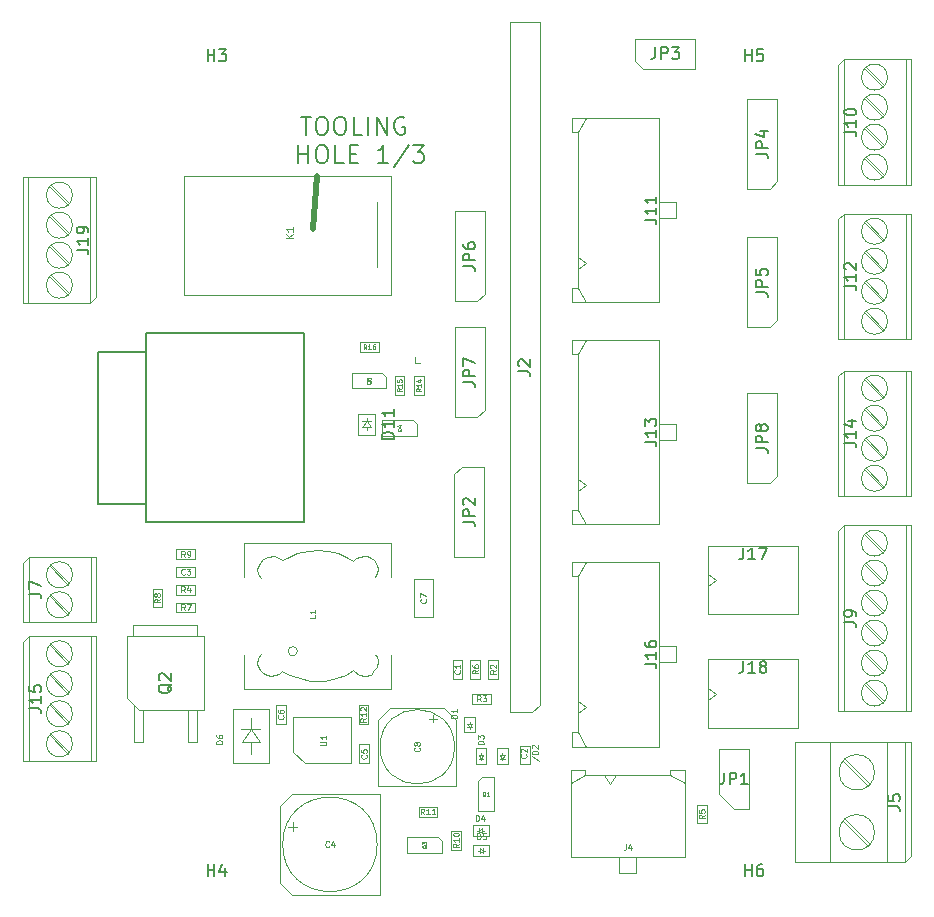
<source format=gbr>
%TF.GenerationSoftware,KiCad,Pcbnew,(6.0.11-0)*%
%TF.CreationDate,2023-05-17T22:58:48+12:00*%
%TF.ProjectId,controller-lower-cut,636f6e74-726f-46c6-9c65-722d6c6f7765,3.2*%
%TF.SameCoordinates,PX1c9c380PY1312d00*%
%TF.FileFunction,AssemblyDrawing,Top*%
%FSLAX46Y46*%
G04 Gerber Fmt 4.6, Leading zero omitted, Abs format (unit mm)*
G04 Created by KiCad (PCBNEW (6.0.11-0)) date 2023-05-17 22:58:48*
%MOMM*%
%LPD*%
G01*
G04 APERTURE LIST*
%ADD10C,0.100000*%
%ADD11C,0.500000*%
%ADD12C,0.200000*%
%ADD13C,0.080000*%
%ADD14C,0.150000*%
%ADD15C,0.060000*%
%ADD16C,0.050000*%
%ADD17C,0.127000*%
G04 APERTURE END LIST*
D10*
X40800000Y-39492893D02*
X40800000Y-39992893D01*
X40800000Y-39992893D02*
X41200000Y-39992893D01*
D11*
X32540000Y-24202893D02*
X32160000Y-28632893D01*
D12*
X31128571Y-19163964D02*
X31985714Y-19163964D01*
X31557142Y-20663964D02*
X31557142Y-19163964D01*
X32771428Y-19163964D02*
X33057142Y-19163964D01*
X33200000Y-19235393D01*
X33342857Y-19378250D01*
X33414285Y-19663964D01*
X33414285Y-20163964D01*
X33342857Y-20449678D01*
X33200000Y-20592535D01*
X33057142Y-20663964D01*
X32771428Y-20663964D01*
X32628571Y-20592535D01*
X32485714Y-20449678D01*
X32414285Y-20163964D01*
X32414285Y-19663964D01*
X32485714Y-19378250D01*
X32628571Y-19235393D01*
X32771428Y-19163964D01*
X34342857Y-19163964D02*
X34628571Y-19163964D01*
X34771428Y-19235393D01*
X34914285Y-19378250D01*
X34985714Y-19663964D01*
X34985714Y-20163964D01*
X34914285Y-20449678D01*
X34771428Y-20592535D01*
X34628571Y-20663964D01*
X34342857Y-20663964D01*
X34200000Y-20592535D01*
X34057142Y-20449678D01*
X33985714Y-20163964D01*
X33985714Y-19663964D01*
X34057142Y-19378250D01*
X34200000Y-19235393D01*
X34342857Y-19163964D01*
X36342857Y-20663964D02*
X35628571Y-20663964D01*
X35628571Y-19163964D01*
X36842857Y-20663964D02*
X36842857Y-19163964D01*
X37557142Y-20663964D02*
X37557142Y-19163964D01*
X38414285Y-20663964D01*
X38414285Y-19163964D01*
X39914285Y-19235393D02*
X39771428Y-19163964D01*
X39557142Y-19163964D01*
X39342857Y-19235393D01*
X39200000Y-19378250D01*
X39128571Y-19521107D01*
X39057142Y-19806821D01*
X39057142Y-20021107D01*
X39128571Y-20306821D01*
X39200000Y-20449678D01*
X39342857Y-20592535D01*
X39557142Y-20663964D01*
X39700000Y-20663964D01*
X39914285Y-20592535D01*
X39985714Y-20521107D01*
X39985714Y-20021107D01*
X39700000Y-20021107D01*
X30914285Y-23078964D02*
X30914285Y-21578964D01*
X30914285Y-22293250D02*
X31771428Y-22293250D01*
X31771428Y-23078964D02*
X31771428Y-21578964D01*
X32771428Y-21578964D02*
X33057142Y-21578964D01*
X33200000Y-21650393D01*
X33342857Y-21793250D01*
X33414285Y-22078964D01*
X33414285Y-22578964D01*
X33342857Y-22864678D01*
X33200000Y-23007535D01*
X33057142Y-23078964D01*
X32771428Y-23078964D01*
X32628571Y-23007535D01*
X32485714Y-22864678D01*
X32414285Y-22578964D01*
X32414285Y-22078964D01*
X32485714Y-21793250D01*
X32628571Y-21650393D01*
X32771428Y-21578964D01*
X34771428Y-23078964D02*
X34057142Y-23078964D01*
X34057142Y-21578964D01*
X35271428Y-22293250D02*
X35771428Y-22293250D01*
X35985714Y-23078964D02*
X35271428Y-23078964D01*
X35271428Y-21578964D01*
X35985714Y-21578964D01*
X38557142Y-23078964D02*
X37700000Y-23078964D01*
X38128571Y-23078964D02*
X38128571Y-21578964D01*
X37985714Y-21793250D01*
X37842857Y-21936107D01*
X37700000Y-22007535D01*
X40271428Y-21507535D02*
X38985714Y-23436107D01*
X40628571Y-21578964D02*
X41557142Y-21578964D01*
X41057142Y-22150393D01*
X41271428Y-22150393D01*
X41414285Y-22221821D01*
X41485714Y-22293250D01*
X41557142Y-22436107D01*
X41557142Y-22793250D01*
X41485714Y-22936107D01*
X41414285Y-23007535D01*
X41271428Y-23078964D01*
X40842857Y-23078964D01*
X40700000Y-23007535D01*
X40628571Y-22936107D01*
D13*
%TO.C,L1*%
X32376190Y-61343333D02*
X32376190Y-61581428D01*
X31876190Y-61581428D01*
X32376190Y-60914761D02*
X32376190Y-61200476D01*
X32376190Y-61057619D02*
X31876190Y-61057619D01*
X31947619Y-61105238D01*
X31995238Y-61152857D01*
X32019047Y-61200476D01*
D14*
%TO.C,J11*%
X60237380Y-27859523D02*
X60951666Y-27859523D01*
X61094523Y-27907142D01*
X61189761Y-28002380D01*
X61237380Y-28145238D01*
X61237380Y-28240476D01*
X61237380Y-26859523D02*
X61237380Y-27430952D01*
X61237380Y-27145238D02*
X60237380Y-27145238D01*
X60380238Y-27240476D01*
X60475476Y-27335714D01*
X60523095Y-27430952D01*
X61237380Y-25907142D02*
X61237380Y-26478571D01*
X61237380Y-26192857D02*
X60237380Y-26192857D01*
X60380238Y-26288095D01*
X60475476Y-26383333D01*
X60523095Y-26478571D01*
D13*
%TO.C,C5*%
X36678571Y-73183333D02*
X36702380Y-73207142D01*
X36726190Y-73278571D01*
X36726190Y-73326190D01*
X36702380Y-73397619D01*
X36654761Y-73445238D01*
X36607142Y-73469047D01*
X36511904Y-73492857D01*
X36440476Y-73492857D01*
X36345238Y-73469047D01*
X36297619Y-73445238D01*
X36250000Y-73397619D01*
X36226190Y-73326190D01*
X36226190Y-73278571D01*
X36250000Y-73207142D01*
X36273809Y-73183333D01*
X36226190Y-72730952D02*
X36226190Y-72969047D01*
X36464285Y-72992857D01*
X36440476Y-72969047D01*
X36416666Y-72921428D01*
X36416666Y-72802380D01*
X36440476Y-72754761D01*
X36464285Y-72730952D01*
X36511904Y-72707142D01*
X36630952Y-72707142D01*
X36678571Y-72730952D01*
X36702380Y-72754761D01*
X36726190Y-72802380D01*
X36726190Y-72921428D01*
X36702380Y-72969047D01*
X36678571Y-72992857D01*
%TO.C,C1*%
X44578571Y-66008333D02*
X44602380Y-66032142D01*
X44626190Y-66103571D01*
X44626190Y-66151190D01*
X44602380Y-66222619D01*
X44554761Y-66270238D01*
X44507142Y-66294047D01*
X44411904Y-66317857D01*
X44340476Y-66317857D01*
X44245238Y-66294047D01*
X44197619Y-66270238D01*
X44150000Y-66222619D01*
X44126190Y-66151190D01*
X44126190Y-66103571D01*
X44150000Y-66032142D01*
X44173809Y-66008333D01*
X44626190Y-65532142D02*
X44626190Y-65817857D01*
X44626190Y-65675000D02*
X44126190Y-65675000D01*
X44197619Y-65722619D01*
X44245238Y-65770238D01*
X44269047Y-65817857D01*
%TO.C,R12*%
X36676189Y-70081428D02*
X36438094Y-70248095D01*
X36676189Y-70367142D02*
X36176189Y-70367142D01*
X36176189Y-70176666D01*
X36199999Y-70129047D01*
X36223808Y-70105238D01*
X36271427Y-70081428D01*
X36342856Y-70081428D01*
X36390475Y-70105238D01*
X36414284Y-70129047D01*
X36438094Y-70176666D01*
X36438094Y-70367142D01*
X36676189Y-69605238D02*
X36676189Y-69890952D01*
X36676189Y-69748095D02*
X36176189Y-69748095D01*
X36247618Y-69795714D01*
X36295237Y-69843333D01*
X36319046Y-69890952D01*
X36223808Y-69414761D02*
X36199999Y-69390952D01*
X36176189Y-69343333D01*
X36176189Y-69224285D01*
X36199999Y-69176666D01*
X36223808Y-69152857D01*
X36271427Y-69129047D01*
X36319046Y-69129047D01*
X36390475Y-69152857D01*
X36676189Y-69438571D01*
X36676189Y-69129047D01*
%TO.C,R6*%
X46150190Y-66000333D02*
X45912095Y-66167000D01*
X46150190Y-66286047D02*
X45650190Y-66286047D01*
X45650190Y-66095571D01*
X45674000Y-66047952D01*
X45697809Y-66024142D01*
X45745428Y-66000333D01*
X45816857Y-66000333D01*
X45864476Y-66024142D01*
X45888285Y-66047952D01*
X45912095Y-66095571D01*
X45912095Y-66286047D01*
X45650190Y-65571761D02*
X45650190Y-65667000D01*
X45674000Y-65714619D01*
X45697809Y-65738428D01*
X45769238Y-65786047D01*
X45864476Y-65809857D01*
X46054952Y-65809857D01*
X46102571Y-65786047D01*
X46126380Y-65762238D01*
X46150190Y-65714619D01*
X46150190Y-65619380D01*
X46126380Y-65571761D01*
X46102571Y-65547952D01*
X46054952Y-65524142D01*
X45935904Y-65524142D01*
X45888285Y-65547952D01*
X45864476Y-65571761D01*
X45840666Y-65619380D01*
X45840666Y-65714619D01*
X45864476Y-65762238D01*
X45888285Y-65786047D01*
X45935904Y-65809857D01*
D14*
%TO.C,J18*%
X68590476Y-65232380D02*
X68590476Y-65946666D01*
X68542857Y-66089523D01*
X68447619Y-66184761D01*
X68304761Y-66232380D01*
X68209523Y-66232380D01*
X69590476Y-66232380D02*
X69019047Y-66232380D01*
X69304761Y-66232380D02*
X69304761Y-65232380D01*
X69209523Y-65375238D01*
X69114285Y-65470476D01*
X69019047Y-65518095D01*
X70161904Y-65660952D02*
X70066666Y-65613333D01*
X70019047Y-65565714D01*
X69971428Y-65470476D01*
X69971428Y-65422857D01*
X70019047Y-65327619D01*
X70066666Y-65280000D01*
X70161904Y-65232380D01*
X70352380Y-65232380D01*
X70447619Y-65280000D01*
X70495238Y-65327619D01*
X70542857Y-65422857D01*
X70542857Y-65470476D01*
X70495238Y-65565714D01*
X70447619Y-65613333D01*
X70352380Y-65660952D01*
X70161904Y-65660952D01*
X70066666Y-65708571D01*
X70019047Y-65756190D01*
X69971428Y-65851428D01*
X69971428Y-66041904D01*
X70019047Y-66137142D01*
X70066666Y-66184761D01*
X70161904Y-66232380D01*
X70352380Y-66232380D01*
X70447619Y-66184761D01*
X70495238Y-66137142D01*
X70542857Y-66041904D01*
X70542857Y-65851428D01*
X70495238Y-65756190D01*
X70447619Y-65708571D01*
X70352380Y-65660952D01*
D15*
%TO.C,R14*%
X41320952Y-42157142D02*
X41130476Y-42290476D01*
X41320952Y-42385714D02*
X40920952Y-42385714D01*
X40920952Y-42233333D01*
X40940000Y-42195238D01*
X40959047Y-42176190D01*
X40997142Y-42157142D01*
X41054285Y-42157142D01*
X41092380Y-42176190D01*
X41111428Y-42195238D01*
X41130476Y-42233333D01*
X41130476Y-42385714D01*
X41320952Y-41776190D02*
X41320952Y-42004761D01*
X41320952Y-41890476D02*
X40920952Y-41890476D01*
X40978095Y-41928571D01*
X41016190Y-41966666D01*
X41035238Y-42004761D01*
X41054285Y-41433333D02*
X41320952Y-41433333D01*
X40901904Y-41528571D02*
X41187619Y-41623809D01*
X41187619Y-41376190D01*
D14*
%TO.C,J5*%
X80857380Y-77531226D02*
X81571666Y-77531226D01*
X81714523Y-77578845D01*
X81809761Y-77674083D01*
X81857380Y-77816940D01*
X81857380Y-77912178D01*
X80857380Y-76578845D02*
X80857380Y-77055035D01*
X81333571Y-77102654D01*
X81285952Y-77055035D01*
X81238333Y-76959797D01*
X81238333Y-76721702D01*
X81285952Y-76626464D01*
X81333571Y-76578845D01*
X81428809Y-76531226D01*
X81666904Y-76531226D01*
X81762142Y-76578845D01*
X81809761Y-76626464D01*
X81857380Y-76721702D01*
X81857380Y-76959797D01*
X81809761Y-77055035D01*
X81762142Y-77102654D01*
D13*
%TO.C,D3*%
X46626190Y-72261940D02*
X46126190Y-72261940D01*
X46126190Y-72142893D01*
X46150000Y-72071464D01*
X46197619Y-72023845D01*
X46245238Y-72000035D01*
X46340476Y-71976226D01*
X46411904Y-71976226D01*
X46507142Y-72000035D01*
X46554761Y-72023845D01*
X46602380Y-72071464D01*
X46626190Y-72142893D01*
X46626190Y-72261940D01*
X46126190Y-71809559D02*
X46126190Y-71500035D01*
X46316666Y-71666702D01*
X46316666Y-71595273D01*
X46340476Y-71547654D01*
X46364285Y-71523845D01*
X46411904Y-71500035D01*
X46530952Y-71500035D01*
X46578571Y-71523845D01*
X46602380Y-71547654D01*
X46626190Y-71595273D01*
X46626190Y-71738131D01*
X46602380Y-71785750D01*
X46578571Y-71809559D01*
%TO.C,J4*%
X58658333Y-80753083D02*
X58658333Y-81110226D01*
X58634523Y-81181654D01*
X58586904Y-81229273D01*
X58515476Y-81253083D01*
X58467857Y-81253083D01*
X59110714Y-80919750D02*
X59110714Y-81253083D01*
X58991666Y-80729273D02*
X58872619Y-81086416D01*
X59182142Y-81086416D01*
D14*
%TO.C,H4*%
X23238095Y-83452380D02*
X23238095Y-82452380D01*
X23238095Y-82928571D02*
X23809523Y-82928571D01*
X23809523Y-83452380D02*
X23809523Y-82452380D01*
X24714285Y-82785714D02*
X24714285Y-83452380D01*
X24476190Y-82404761D02*
X24238095Y-83119047D01*
X24857142Y-83119047D01*
%TO.C,JP7*%
X44877380Y-41618333D02*
X45591666Y-41618333D01*
X45734523Y-41665952D01*
X45829761Y-41761190D01*
X45877380Y-41904047D01*
X45877380Y-41999285D01*
X45877380Y-41142142D02*
X44877380Y-41142142D01*
X44877380Y-40761190D01*
X44925000Y-40665952D01*
X44972619Y-40618333D01*
X45067857Y-40570714D01*
X45210714Y-40570714D01*
X45305952Y-40618333D01*
X45353571Y-40665952D01*
X45401190Y-40761190D01*
X45401190Y-41142142D01*
X44877380Y-40237380D02*
X44877380Y-39570714D01*
X45877380Y-39999285D01*
%TO.C,J10*%
X77160761Y-20414524D02*
X77875047Y-20414524D01*
X78017904Y-20462143D01*
X78113142Y-20557381D01*
X78160761Y-20700239D01*
X78160761Y-20795477D01*
X78160761Y-19414524D02*
X78160761Y-19985953D01*
X78160761Y-19700239D02*
X77160761Y-19700239D01*
X77303619Y-19795477D01*
X77398857Y-19890715D01*
X77446476Y-19985953D01*
X77160761Y-18795477D02*
X77160761Y-18700239D01*
X77208381Y-18605001D01*
X77256000Y-18557381D01*
X77351238Y-18509762D01*
X77541714Y-18462143D01*
X77779809Y-18462143D01*
X77970285Y-18509762D01*
X78065523Y-18557381D01*
X78113142Y-18605001D01*
X78160761Y-18700239D01*
X78160761Y-18795477D01*
X78113142Y-18890715D01*
X78065523Y-18938334D01*
X77970285Y-18985953D01*
X77779809Y-19033572D01*
X77541714Y-19033572D01*
X77351238Y-18985953D01*
X77256000Y-18938334D01*
X77208381Y-18890715D01*
X77160761Y-18795477D01*
%TO.C,J7*%
X8152380Y-59533333D02*
X8866666Y-59533333D01*
X9009523Y-59580952D01*
X9104761Y-59676190D01*
X9152380Y-59819047D01*
X9152380Y-59914285D01*
X8152380Y-59152380D02*
X8152380Y-58485714D01*
X9152380Y-58914285D01*
D15*
%TO.C,R15*%
X39680952Y-42157142D02*
X39490476Y-42290476D01*
X39680952Y-42385714D02*
X39280952Y-42385714D01*
X39280952Y-42233333D01*
X39300000Y-42195238D01*
X39319047Y-42176190D01*
X39357142Y-42157142D01*
X39414285Y-42157142D01*
X39452380Y-42176190D01*
X39471428Y-42195238D01*
X39490476Y-42233333D01*
X39490476Y-42385714D01*
X39680952Y-41776190D02*
X39680952Y-42004761D01*
X39680952Y-41890476D02*
X39280952Y-41890476D01*
X39338095Y-41928571D01*
X39376190Y-41966666D01*
X39395238Y-42004761D01*
X39280952Y-41414285D02*
X39280952Y-41604761D01*
X39471428Y-41623809D01*
X39452380Y-41604761D01*
X39433333Y-41566666D01*
X39433333Y-41471428D01*
X39452380Y-41433333D01*
X39471428Y-41414285D01*
X39509523Y-41395238D01*
X39604761Y-41395238D01*
X39642857Y-41414285D01*
X39661904Y-41433333D01*
X39680952Y-41471428D01*
X39680952Y-41566666D01*
X39661904Y-41604761D01*
X39642857Y-41623809D01*
D14*
%TO.C,J17*%
X68590476Y-55632380D02*
X68590476Y-56346666D01*
X68542857Y-56489523D01*
X68447619Y-56584761D01*
X68304761Y-56632380D01*
X68209523Y-56632380D01*
X69590476Y-56632380D02*
X69019047Y-56632380D01*
X69304761Y-56632380D02*
X69304761Y-55632380D01*
X69209523Y-55775238D01*
X69114285Y-55870476D01*
X69019047Y-55918095D01*
X69923809Y-55632380D02*
X70590476Y-55632380D01*
X70161904Y-56632380D01*
%TO.C,JP5*%
X69652380Y-34006713D02*
X70366666Y-34006713D01*
X70509523Y-34054332D01*
X70604761Y-34149570D01*
X70652380Y-34292427D01*
X70652380Y-34387665D01*
X70652380Y-33530522D02*
X69652380Y-33530522D01*
X69652380Y-33149570D01*
X69700000Y-33054332D01*
X69747619Y-33006713D01*
X69842857Y-32959094D01*
X69985714Y-32959094D01*
X70080952Y-33006713D01*
X70128571Y-33054332D01*
X70176190Y-33149570D01*
X70176190Y-33530522D01*
X69652380Y-32054332D02*
X69652380Y-32530522D01*
X70128571Y-32578141D01*
X70080952Y-32530522D01*
X70033333Y-32435284D01*
X70033333Y-32197189D01*
X70080952Y-32101951D01*
X70128571Y-32054332D01*
X70223809Y-32006713D01*
X70461904Y-32006713D01*
X70557142Y-32054332D01*
X70604761Y-32101951D01*
X70652380Y-32197189D01*
X70652380Y-32435284D01*
X70604761Y-32530522D01*
X70557142Y-32578141D01*
%TO.C,J16*%
X60237380Y-65459523D02*
X60951666Y-65459523D01*
X61094523Y-65507142D01*
X61189761Y-65602380D01*
X61237380Y-65745238D01*
X61237380Y-65840476D01*
X61237380Y-64459523D02*
X61237380Y-65030952D01*
X61237380Y-64745238D02*
X60237380Y-64745238D01*
X60380238Y-64840476D01*
X60475476Y-64935714D01*
X60523095Y-65030952D01*
X60237380Y-63602380D02*
X60237380Y-63792857D01*
X60285000Y-63888095D01*
X60332619Y-63935714D01*
X60475476Y-64030952D01*
X60665952Y-64078571D01*
X61046904Y-64078571D01*
X61142142Y-64030952D01*
X61189761Y-63983333D01*
X61237380Y-63888095D01*
X61237380Y-63697619D01*
X61189761Y-63602380D01*
X61142142Y-63554761D01*
X61046904Y-63507142D01*
X60808809Y-63507142D01*
X60713571Y-63554761D01*
X60665952Y-63602380D01*
X60618333Y-63697619D01*
X60618333Y-63888095D01*
X60665952Y-63983333D01*
X60713571Y-64030952D01*
X60808809Y-64078571D01*
%TO.C,J15*%
X8152380Y-69239523D02*
X8866666Y-69239523D01*
X9009523Y-69287142D01*
X9104761Y-69382380D01*
X9152380Y-69525238D01*
X9152380Y-69620476D01*
X9152380Y-68239523D02*
X9152380Y-68810952D01*
X9152380Y-68525238D02*
X8152380Y-68525238D01*
X8295238Y-68620476D01*
X8390476Y-68715714D01*
X8438095Y-68810952D01*
X8152380Y-67334761D02*
X8152380Y-67810952D01*
X8628571Y-67858571D01*
X8580952Y-67810952D01*
X8533333Y-67715714D01*
X8533333Y-67477619D01*
X8580952Y-67382380D01*
X8628571Y-67334761D01*
X8723809Y-67287142D01*
X8961904Y-67287142D01*
X9057142Y-67334761D01*
X9104761Y-67382380D01*
X9152380Y-67477619D01*
X9152380Y-67715714D01*
X9104761Y-67810952D01*
X9057142Y-67858571D01*
D13*
%TO.C,R7*%
X21316666Y-60926190D02*
X21150000Y-60688095D01*
X21030952Y-60926190D02*
X21030952Y-60426190D01*
X21221428Y-60426190D01*
X21269047Y-60450000D01*
X21292857Y-60473809D01*
X21316666Y-60521428D01*
X21316666Y-60592857D01*
X21292857Y-60640476D01*
X21269047Y-60664285D01*
X21221428Y-60688095D01*
X21030952Y-60688095D01*
X21483333Y-60426190D02*
X21816666Y-60426190D01*
X21602380Y-60926190D01*
%TO.C,D5*%
X46080952Y-80326190D02*
X46080952Y-79826190D01*
X46200000Y-79826190D01*
X46271428Y-79850000D01*
X46319047Y-79897619D01*
X46342857Y-79945238D01*
X46366666Y-80040476D01*
X46366666Y-80111904D01*
X46342857Y-80207142D01*
X46319047Y-80254761D01*
X46271428Y-80302380D01*
X46200000Y-80326190D01*
X46080952Y-80326190D01*
X46819047Y-79826190D02*
X46580952Y-79826190D01*
X46557142Y-80064285D01*
X46580952Y-80040476D01*
X46628571Y-80016666D01*
X46747619Y-80016666D01*
X46795238Y-80040476D01*
X46819047Y-80064285D01*
X46842857Y-80111904D01*
X46842857Y-80230952D01*
X46819047Y-80278571D01*
X46795238Y-80302380D01*
X46747619Y-80326190D01*
X46628571Y-80326190D01*
X46580952Y-80302380D01*
X46557142Y-80278571D01*
D14*
%TO.C,H6*%
X68738095Y-83445273D02*
X68738095Y-82445273D01*
X68738095Y-82921464D02*
X69309523Y-82921464D01*
X69309523Y-83445273D02*
X69309523Y-82445273D01*
X70214285Y-82445273D02*
X70023809Y-82445273D01*
X69928571Y-82492893D01*
X69880952Y-82540512D01*
X69785714Y-82683369D01*
X69738095Y-82873845D01*
X69738095Y-83254797D01*
X69785714Y-83350035D01*
X69833333Y-83397654D01*
X69928571Y-83445273D01*
X70119047Y-83445273D01*
X70214285Y-83397654D01*
X70261904Y-83350035D01*
X70309523Y-83254797D01*
X70309523Y-83016702D01*
X70261904Y-82921464D01*
X70214285Y-82873845D01*
X70119047Y-82826226D01*
X69928571Y-82826226D01*
X69833333Y-82873845D01*
X69785714Y-82921464D01*
X69738095Y-83016702D01*
%TO.C,JP6*%
X44877380Y-31793333D02*
X45591666Y-31793333D01*
X45734523Y-31840952D01*
X45829761Y-31936190D01*
X45877380Y-32079047D01*
X45877380Y-32174285D01*
X45877380Y-31317142D02*
X44877380Y-31317142D01*
X44877380Y-30936190D01*
X44925000Y-30840952D01*
X44972619Y-30793333D01*
X45067857Y-30745714D01*
X45210714Y-30745714D01*
X45305952Y-30793333D01*
X45353571Y-30840952D01*
X45401190Y-30936190D01*
X45401190Y-31317142D01*
X44877380Y-29888571D02*
X44877380Y-30079047D01*
X44925000Y-30174285D01*
X44972619Y-30221904D01*
X45115476Y-30317142D01*
X45305952Y-30364761D01*
X45686904Y-30364761D01*
X45782142Y-30317142D01*
X45829761Y-30269523D01*
X45877380Y-30174285D01*
X45877380Y-29983809D01*
X45829761Y-29888571D01*
X45782142Y-29840952D01*
X45686904Y-29793333D01*
X45448809Y-29793333D01*
X45353571Y-29840952D01*
X45305952Y-29888571D01*
X45258333Y-29983809D01*
X45258333Y-30174285D01*
X45305952Y-30269523D01*
X45353571Y-30317142D01*
X45448809Y-30364761D01*
D13*
%TO.C,R5*%
X65326190Y-78276226D02*
X65088095Y-78442893D01*
X65326190Y-78561940D02*
X64826190Y-78561940D01*
X64826190Y-78371464D01*
X64850000Y-78323845D01*
X64873809Y-78300035D01*
X64921428Y-78276226D01*
X64992857Y-78276226D01*
X65040476Y-78300035D01*
X65064285Y-78323845D01*
X65088095Y-78371464D01*
X65088095Y-78561940D01*
X64826190Y-77823845D02*
X64826190Y-78061940D01*
X65064285Y-78085750D01*
X65040476Y-78061940D01*
X65016666Y-78014321D01*
X65016666Y-77895273D01*
X65040476Y-77847654D01*
X65064285Y-77823845D01*
X65111904Y-77800035D01*
X65230952Y-77800035D01*
X65278571Y-77823845D01*
X65302380Y-77847654D01*
X65326190Y-77895273D01*
X65326190Y-78014321D01*
X65302380Y-78061940D01*
X65278571Y-78085750D01*
D16*
%TO.C,Q4*%
X39675238Y-45530476D02*
X39660000Y-45560952D01*
X39629523Y-45591428D01*
X39583809Y-45637142D01*
X39568571Y-45667619D01*
X39568571Y-45698095D01*
X39644761Y-45682857D02*
X39629523Y-45713333D01*
X39599047Y-45743809D01*
X39538095Y-45759047D01*
X39431428Y-45759047D01*
X39370476Y-45743809D01*
X39340000Y-45713333D01*
X39324761Y-45682857D01*
X39324761Y-45621904D01*
X39340000Y-45591428D01*
X39370476Y-45560952D01*
X39431428Y-45545714D01*
X39538095Y-45545714D01*
X39599047Y-45560952D01*
X39629523Y-45591428D01*
X39644761Y-45621904D01*
X39644761Y-45682857D01*
X39431428Y-45271428D02*
X39644761Y-45271428D01*
X39309523Y-45347619D02*
X39538095Y-45423809D01*
X39538095Y-45225714D01*
D14*
%TO.C,Q2*%
X20197619Y-67195238D02*
X20150000Y-67290476D01*
X20054761Y-67385714D01*
X19911904Y-67528571D01*
X19864285Y-67623809D01*
X19864285Y-67719047D01*
X20102380Y-67671428D02*
X20054761Y-67766666D01*
X19959523Y-67861904D01*
X19769047Y-67909523D01*
X19435714Y-67909523D01*
X19245238Y-67861904D01*
X19150000Y-67766666D01*
X19102380Y-67671428D01*
X19102380Y-67480952D01*
X19150000Y-67385714D01*
X19245238Y-67290476D01*
X19435714Y-67242857D01*
X19769047Y-67242857D01*
X19959523Y-67290476D01*
X20054761Y-67385714D01*
X20102380Y-67480952D01*
X20102380Y-67671428D01*
X19197619Y-66861904D02*
X19150000Y-66814285D01*
X19102380Y-66719047D01*
X19102380Y-66480952D01*
X19150000Y-66385714D01*
X19197619Y-66338095D01*
X19292857Y-66290476D01*
X19388095Y-66290476D01*
X19530952Y-66338095D01*
X20102380Y-66909523D01*
X20102380Y-66290476D01*
D13*
%TO.C,R8*%
X19226190Y-59983333D02*
X18988095Y-60150000D01*
X19226190Y-60269047D02*
X18726190Y-60269047D01*
X18726190Y-60078571D01*
X18750000Y-60030952D01*
X18773809Y-60007142D01*
X18821428Y-59983333D01*
X18892857Y-59983333D01*
X18940476Y-60007142D01*
X18964285Y-60030952D01*
X18988095Y-60078571D01*
X18988095Y-60269047D01*
X18940476Y-59697619D02*
X18916666Y-59745238D01*
X18892857Y-59769047D01*
X18845238Y-59792857D01*
X18821428Y-59792857D01*
X18773809Y-59769047D01*
X18750000Y-59745238D01*
X18726190Y-59697619D01*
X18726190Y-59602380D01*
X18750000Y-59554761D01*
X18773809Y-59530952D01*
X18821428Y-59507142D01*
X18845238Y-59507142D01*
X18892857Y-59530952D01*
X18916666Y-59554761D01*
X18940476Y-59602380D01*
X18940476Y-59697619D01*
X18964285Y-59745238D01*
X18988095Y-59769047D01*
X19035714Y-59792857D01*
X19130952Y-59792857D01*
X19178571Y-59769047D01*
X19202380Y-59745238D01*
X19226190Y-59697619D01*
X19226190Y-59602380D01*
X19202380Y-59554761D01*
X19178571Y-59530952D01*
X19130952Y-59507142D01*
X19035714Y-59507142D01*
X18988095Y-59530952D01*
X18964285Y-59554761D01*
X18940476Y-59602380D01*
%TO.C,D1*%
X44363690Y-70056547D02*
X43863690Y-70056547D01*
X43863690Y-69937500D01*
X43887500Y-69866071D01*
X43935119Y-69818452D01*
X43982738Y-69794642D01*
X44077976Y-69770833D01*
X44149404Y-69770833D01*
X44244642Y-69794642D01*
X44292261Y-69818452D01*
X44339880Y-69866071D01*
X44363690Y-69937500D01*
X44363690Y-70056547D01*
X44363690Y-69294642D02*
X44363690Y-69580357D01*
X44363690Y-69437500D02*
X43863690Y-69437500D01*
X43935119Y-69485119D01*
X43982738Y-69532738D01*
X44006547Y-69580357D01*
%TO.C,C6*%
X29628571Y-69843332D02*
X29652380Y-69867141D01*
X29676190Y-69938570D01*
X29676190Y-69986189D01*
X29652380Y-70057618D01*
X29604761Y-70105237D01*
X29557142Y-70129046D01*
X29461904Y-70152856D01*
X29390476Y-70152856D01*
X29295238Y-70129046D01*
X29247619Y-70105237D01*
X29200000Y-70057618D01*
X29176190Y-69986189D01*
X29176190Y-69938570D01*
X29200000Y-69867141D01*
X29223809Y-69843332D01*
X29176190Y-69414760D02*
X29176190Y-69509999D01*
X29200000Y-69557618D01*
X29223809Y-69581427D01*
X29295238Y-69629046D01*
X29390476Y-69652856D01*
X29580952Y-69652856D01*
X29628571Y-69629046D01*
X29652380Y-69605237D01*
X29676190Y-69557618D01*
X29676190Y-69462379D01*
X29652380Y-69414760D01*
X29628571Y-69390951D01*
X29580952Y-69367141D01*
X29461904Y-69367141D01*
X29414285Y-69390951D01*
X29390476Y-69414760D01*
X29366666Y-69462379D01*
X29366666Y-69557618D01*
X29390476Y-69605237D01*
X29414285Y-69629046D01*
X29461904Y-69652856D01*
D14*
%TO.C,JP4*%
X69652380Y-22286226D02*
X70366666Y-22286226D01*
X70509523Y-22333845D01*
X70604761Y-22429083D01*
X70652380Y-22571940D01*
X70652380Y-22667178D01*
X70652380Y-21810035D02*
X69652380Y-21810035D01*
X69652380Y-21429083D01*
X69700000Y-21333845D01*
X69747619Y-21286226D01*
X69842857Y-21238607D01*
X69985714Y-21238607D01*
X70080952Y-21286226D01*
X70128571Y-21333845D01*
X70176190Y-21429083D01*
X70176190Y-21810035D01*
X69985714Y-20381464D02*
X70652380Y-20381464D01*
X69604761Y-20619559D02*
X70319047Y-20857654D01*
X70319047Y-20238607D01*
%TO.C,J12*%
X77160761Y-33467904D02*
X77875047Y-33467904D01*
X78017904Y-33515523D01*
X78113142Y-33610761D01*
X78160761Y-33753619D01*
X78160761Y-33848857D01*
X78160761Y-32467904D02*
X78160761Y-33039333D01*
X78160761Y-32753619D02*
X77160761Y-32753619D01*
X77303619Y-32848857D01*
X77398857Y-32944095D01*
X77446476Y-33039333D01*
X77256000Y-32086952D02*
X77208381Y-32039333D01*
X77160761Y-31944095D01*
X77160761Y-31706000D01*
X77208381Y-31610761D01*
X77256000Y-31563142D01*
X77351238Y-31515523D01*
X77446476Y-31515523D01*
X77589333Y-31563142D01*
X78160761Y-32134571D01*
X78160761Y-31515523D01*
%TO.C,H5*%
X68738095Y-14445273D02*
X68738095Y-13445273D01*
X68738095Y-13921464D02*
X69309523Y-13921464D01*
X69309523Y-14445273D02*
X69309523Y-13445273D01*
X70261904Y-13445273D02*
X69785714Y-13445273D01*
X69738095Y-13921464D01*
X69785714Y-13873845D01*
X69880952Y-13826226D01*
X70119047Y-13826226D01*
X70214285Y-13873845D01*
X70261904Y-13921464D01*
X70309523Y-14016702D01*
X70309523Y-14254797D01*
X70261904Y-14350035D01*
X70214285Y-14397654D01*
X70119047Y-14445273D01*
X69880952Y-14445273D01*
X69785714Y-14397654D01*
X69738095Y-14350035D01*
D13*
%TO.C,C4*%
X33516666Y-80938571D02*
X33492857Y-80962380D01*
X33421428Y-80986190D01*
X33373809Y-80986190D01*
X33302380Y-80962380D01*
X33254761Y-80914761D01*
X33230952Y-80867142D01*
X33207142Y-80771904D01*
X33207142Y-80700476D01*
X33230952Y-80605238D01*
X33254761Y-80557619D01*
X33302380Y-80510000D01*
X33373809Y-80486190D01*
X33421428Y-80486190D01*
X33492857Y-80510000D01*
X33516666Y-80533809D01*
X33945238Y-80652857D02*
X33945238Y-80986190D01*
X33826190Y-80462380D02*
X33707142Y-80819523D01*
X34016666Y-80819523D01*
D14*
%TO.C,J14*%
X77160761Y-46764524D02*
X77875047Y-46764524D01*
X78017904Y-46812143D01*
X78113142Y-46907381D01*
X78160761Y-47050239D01*
X78160761Y-47145477D01*
X78160761Y-45764524D02*
X78160761Y-46335953D01*
X78160761Y-46050239D02*
X77160761Y-46050239D01*
X77303619Y-46145477D01*
X77398857Y-46240715D01*
X77446476Y-46335953D01*
X77494095Y-44907381D02*
X78160761Y-44907381D01*
X77113142Y-45145477D02*
X77827428Y-45383572D01*
X77827428Y-44764524D01*
D13*
%TO.C,K1*%
X30513047Y-29442857D02*
X29863047Y-29442857D01*
X30513047Y-29100000D02*
X30141619Y-29357142D01*
X29863047Y-29100000D02*
X30234476Y-29442857D01*
X30513047Y-28528571D02*
X30513047Y-28871428D01*
X30513047Y-28700000D02*
X29863047Y-28700000D01*
X29955904Y-28757142D01*
X30017809Y-28814285D01*
X30048761Y-28871428D01*
D14*
%TO.C,J13*%
X60237380Y-46659523D02*
X60951666Y-46659523D01*
X61094523Y-46707142D01*
X61189761Y-46802380D01*
X61237380Y-46945238D01*
X61237380Y-47040476D01*
X61237380Y-45659523D02*
X61237380Y-46230952D01*
X61237380Y-45945238D02*
X60237380Y-45945238D01*
X60380238Y-46040476D01*
X60475476Y-46135714D01*
X60523095Y-46230952D01*
X60237380Y-45326190D02*
X60237380Y-44707142D01*
X60618333Y-45040476D01*
X60618333Y-44897619D01*
X60665952Y-44802380D01*
X60713571Y-44754761D01*
X60808809Y-44707142D01*
X61046904Y-44707142D01*
X61142142Y-44754761D01*
X61189761Y-44802380D01*
X61237380Y-44897619D01*
X61237380Y-45183333D01*
X61189761Y-45278571D01*
X61142142Y-45326190D01*
%TO.C,JP2*%
X44852380Y-53448333D02*
X45566666Y-53448333D01*
X45709523Y-53495952D01*
X45804761Y-53591190D01*
X45852380Y-53734047D01*
X45852380Y-53829285D01*
X45852380Y-52972142D02*
X44852380Y-52972142D01*
X44852380Y-52591190D01*
X44900000Y-52495952D01*
X44947619Y-52448333D01*
X45042857Y-52400714D01*
X45185714Y-52400714D01*
X45280952Y-52448333D01*
X45328571Y-52495952D01*
X45376190Y-52591190D01*
X45376190Y-52972142D01*
X44947619Y-52019761D02*
X44900000Y-51972142D01*
X44852380Y-51876904D01*
X44852380Y-51638809D01*
X44900000Y-51543571D01*
X44947619Y-51495952D01*
X45042857Y-51448333D01*
X45138095Y-51448333D01*
X45280952Y-51495952D01*
X45852380Y-52067380D01*
X45852380Y-51448333D01*
D13*
%TO.C,C2*%
X50199571Y-73141226D02*
X50223380Y-73165035D01*
X50247190Y-73236464D01*
X50247190Y-73284083D01*
X50223380Y-73355512D01*
X50175761Y-73403131D01*
X50128142Y-73426940D01*
X50032904Y-73450750D01*
X49961476Y-73450750D01*
X49866238Y-73426940D01*
X49818619Y-73403131D01*
X49771000Y-73355512D01*
X49747190Y-73284083D01*
X49747190Y-73236464D01*
X49771000Y-73165035D01*
X49794809Y-73141226D01*
X49794809Y-72950750D02*
X49771000Y-72926940D01*
X49747190Y-72879321D01*
X49747190Y-72760273D01*
X49771000Y-72712654D01*
X49794809Y-72688845D01*
X49842428Y-72665035D01*
X49890047Y-72665035D01*
X49961476Y-72688845D01*
X50247190Y-72974559D01*
X50247190Y-72665035D01*
D15*
%TO.C,R16*%
X36677857Y-38825952D02*
X36544523Y-38635476D01*
X36449285Y-38825952D02*
X36449285Y-38425952D01*
X36601666Y-38425952D01*
X36639761Y-38445000D01*
X36658809Y-38464047D01*
X36677857Y-38502142D01*
X36677857Y-38559285D01*
X36658809Y-38597380D01*
X36639761Y-38616428D01*
X36601666Y-38635476D01*
X36449285Y-38635476D01*
X37058809Y-38825952D02*
X36830238Y-38825952D01*
X36944523Y-38825952D02*
X36944523Y-38425952D01*
X36906428Y-38483095D01*
X36868333Y-38521190D01*
X36830238Y-38540238D01*
X37401666Y-38425952D02*
X37325476Y-38425952D01*
X37287380Y-38445000D01*
X37268333Y-38464047D01*
X37230238Y-38521190D01*
X37211190Y-38597380D01*
X37211190Y-38749761D01*
X37230238Y-38787857D01*
X37249285Y-38806904D01*
X37287380Y-38825952D01*
X37363571Y-38825952D01*
X37401666Y-38806904D01*
X37420714Y-38787857D01*
X37439761Y-38749761D01*
X37439761Y-38654523D01*
X37420714Y-38616428D01*
X37401666Y-38597380D01*
X37363571Y-38578333D01*
X37287380Y-38578333D01*
X37249285Y-38597380D01*
X37230238Y-38616428D01*
X37211190Y-38654523D01*
D13*
%TO.C,C8*%
X41178571Y-72583333D02*
X41202380Y-72607142D01*
X41226190Y-72678571D01*
X41226190Y-72726190D01*
X41202380Y-72797619D01*
X41154761Y-72845238D01*
X41107142Y-72869047D01*
X41011904Y-72892857D01*
X40940476Y-72892857D01*
X40845238Y-72869047D01*
X40797619Y-72845238D01*
X40750000Y-72797619D01*
X40726190Y-72726190D01*
X40726190Y-72678571D01*
X40750000Y-72607142D01*
X40773809Y-72583333D01*
X40940476Y-72297619D02*
X40916666Y-72345238D01*
X40892857Y-72369047D01*
X40845238Y-72392857D01*
X40821428Y-72392857D01*
X40773809Y-72369047D01*
X40750000Y-72345238D01*
X40726190Y-72297619D01*
X40726190Y-72202380D01*
X40750000Y-72154761D01*
X40773809Y-72130952D01*
X40821428Y-72107142D01*
X40845238Y-72107142D01*
X40892857Y-72130952D01*
X40916666Y-72154761D01*
X40940476Y-72202380D01*
X40940476Y-72297619D01*
X40964285Y-72345238D01*
X40988095Y-72369047D01*
X41035714Y-72392857D01*
X41130952Y-72392857D01*
X41178571Y-72369047D01*
X41202380Y-72345238D01*
X41226190Y-72297619D01*
X41226190Y-72202380D01*
X41202380Y-72154761D01*
X41178571Y-72130952D01*
X41130952Y-72107142D01*
X41035714Y-72107142D01*
X40988095Y-72130952D01*
X40964285Y-72154761D01*
X40940476Y-72202380D01*
D14*
%TO.C,J9*%
X77152380Y-61933333D02*
X77866666Y-61933333D01*
X78009523Y-61980952D01*
X78104761Y-62076190D01*
X78152380Y-62219047D01*
X78152380Y-62314285D01*
X78152380Y-61409523D02*
X78152380Y-61219047D01*
X78104761Y-61123809D01*
X78057142Y-61076190D01*
X77914285Y-60980952D01*
X77723809Y-60933333D01*
X77342857Y-60933333D01*
X77247619Y-60980952D01*
X77200000Y-61028571D01*
X77152380Y-61123809D01*
X77152380Y-61314285D01*
X77200000Y-61409523D01*
X77247619Y-61457142D01*
X77342857Y-61504761D01*
X77580952Y-61504761D01*
X77676190Y-61457142D01*
X77723809Y-61409523D01*
X77771428Y-61314285D01*
X77771428Y-61123809D01*
X77723809Y-61028571D01*
X77676190Y-60980952D01*
X77580952Y-60933333D01*
D13*
%TO.C,D4*%
X45930952Y-78776190D02*
X45930952Y-78276190D01*
X46050000Y-78276190D01*
X46121428Y-78300000D01*
X46169047Y-78347619D01*
X46192857Y-78395238D01*
X46216666Y-78490476D01*
X46216666Y-78561904D01*
X46192857Y-78657142D01*
X46169047Y-78704761D01*
X46121428Y-78752380D01*
X46050000Y-78776190D01*
X45930952Y-78776190D01*
X46645238Y-78442857D02*
X46645238Y-78776190D01*
X46526190Y-78252380D02*
X46407142Y-78609523D01*
X46716666Y-78609523D01*
%TO.C,R9*%
X21316666Y-56426190D02*
X21150000Y-56188095D01*
X21030952Y-56426190D02*
X21030952Y-55926190D01*
X21221428Y-55926190D01*
X21269047Y-55950000D01*
X21292857Y-55973809D01*
X21316666Y-56021428D01*
X21316666Y-56092857D01*
X21292857Y-56140476D01*
X21269047Y-56164285D01*
X21221428Y-56188095D01*
X21030952Y-56188095D01*
X21554761Y-56426190D02*
X21650000Y-56426190D01*
X21697619Y-56402380D01*
X21721428Y-56378571D01*
X21769047Y-56307142D01*
X21792857Y-56211904D01*
X21792857Y-56021428D01*
X21769047Y-55973809D01*
X21745238Y-55950000D01*
X21697619Y-55926190D01*
X21602380Y-55926190D01*
X21554761Y-55950000D01*
X21530952Y-55973809D01*
X21507142Y-56021428D01*
X21507142Y-56140476D01*
X21530952Y-56188095D01*
X21554761Y-56211904D01*
X21602380Y-56235714D01*
X21697619Y-56235714D01*
X21745238Y-56211904D01*
X21769047Y-56188095D01*
X21792857Y-56140476D01*
%TO.C,C7*%
X41703571Y-60008333D02*
X41727380Y-60032142D01*
X41751190Y-60103571D01*
X41751190Y-60151190D01*
X41727380Y-60222619D01*
X41679761Y-60270238D01*
X41632142Y-60294047D01*
X41536904Y-60317857D01*
X41465476Y-60317857D01*
X41370238Y-60294047D01*
X41322619Y-60270238D01*
X41275000Y-60222619D01*
X41251190Y-60151190D01*
X41251190Y-60103571D01*
X41275000Y-60032142D01*
X41298809Y-60008333D01*
X41251190Y-59841666D02*
X41251190Y-59508333D01*
X41751190Y-59722619D01*
D16*
%TO.C,Q3*%
X41775238Y-80830476D02*
X41760000Y-80860952D01*
X41729523Y-80891428D01*
X41683809Y-80937142D01*
X41668571Y-80967619D01*
X41668571Y-80998095D01*
X41744761Y-80982857D02*
X41729523Y-81013333D01*
X41699047Y-81043809D01*
X41638095Y-81059047D01*
X41531428Y-81059047D01*
X41470476Y-81043809D01*
X41440000Y-81013333D01*
X41424761Y-80982857D01*
X41424761Y-80921904D01*
X41440000Y-80891428D01*
X41470476Y-80860952D01*
X41531428Y-80845714D01*
X41638095Y-80845714D01*
X41699047Y-80860952D01*
X41729523Y-80891428D01*
X41744761Y-80921904D01*
X41744761Y-80982857D01*
X41424761Y-80739047D02*
X41424761Y-80540952D01*
X41546666Y-80647619D01*
X41546666Y-80601904D01*
X41561904Y-80571428D01*
X41577142Y-80556190D01*
X41607619Y-80540952D01*
X41683809Y-80540952D01*
X41714285Y-80556190D01*
X41729523Y-80571428D01*
X41744761Y-80601904D01*
X41744761Y-80693333D01*
X41729523Y-80723809D01*
X41714285Y-80739047D01*
D14*
%TO.C,JP3*%
X61161666Y-13252380D02*
X61161666Y-13966666D01*
X61114047Y-14109523D01*
X61018809Y-14204761D01*
X60875952Y-14252380D01*
X60780714Y-14252380D01*
X61637857Y-14252380D02*
X61637857Y-13252380D01*
X62018809Y-13252380D01*
X62114047Y-13300000D01*
X62161666Y-13347619D01*
X62209285Y-13442857D01*
X62209285Y-13585714D01*
X62161666Y-13680952D01*
X62114047Y-13728571D01*
X62018809Y-13776190D01*
X61637857Y-13776190D01*
X62542619Y-13252380D02*
X63161666Y-13252380D01*
X62828333Y-13633333D01*
X62971190Y-13633333D01*
X63066428Y-13680952D01*
X63114047Y-13728571D01*
X63161666Y-13823809D01*
X63161666Y-14061904D01*
X63114047Y-14157142D01*
X63066428Y-14204761D01*
X62971190Y-14252380D01*
X62685476Y-14252380D01*
X62590238Y-14204761D01*
X62542619Y-14157142D01*
%TO.C,JP1*%
X66966666Y-74675273D02*
X66966666Y-75389559D01*
X66919047Y-75532416D01*
X66823809Y-75627654D01*
X66680952Y-75675273D01*
X66585714Y-75675273D01*
X67442857Y-75675273D02*
X67442857Y-74675273D01*
X67823809Y-74675273D01*
X67919047Y-74722893D01*
X67966666Y-74770512D01*
X68014285Y-74865750D01*
X68014285Y-75008607D01*
X67966666Y-75103845D01*
X67919047Y-75151464D01*
X67823809Y-75199083D01*
X67442857Y-75199083D01*
X68966666Y-75675273D02*
X68395238Y-75675273D01*
X68680952Y-75675273D02*
X68680952Y-74675273D01*
X68585714Y-74818131D01*
X68490476Y-74913369D01*
X68395238Y-74960988D01*
D13*
%TO.C,R11*%
X41578571Y-78226190D02*
X41411904Y-77988095D01*
X41292857Y-78226190D02*
X41292857Y-77726190D01*
X41483333Y-77726190D01*
X41530952Y-77750000D01*
X41554761Y-77773809D01*
X41578571Y-77821428D01*
X41578571Y-77892857D01*
X41554761Y-77940476D01*
X41530952Y-77964285D01*
X41483333Y-77988095D01*
X41292857Y-77988095D01*
X42054761Y-78226190D02*
X41769047Y-78226190D01*
X41911904Y-78226190D02*
X41911904Y-77726190D01*
X41864285Y-77797619D01*
X41816666Y-77845238D01*
X41769047Y-77869047D01*
X42530952Y-78226190D02*
X42245238Y-78226190D01*
X42388095Y-78226190D02*
X42388095Y-77726190D01*
X42340476Y-77797619D01*
X42292857Y-77845238D01*
X42245238Y-77869047D01*
%TO.C,R2*%
X47651190Y-66008333D02*
X47413095Y-66175000D01*
X47651190Y-66294047D02*
X47151190Y-66294047D01*
X47151190Y-66103571D01*
X47175000Y-66055952D01*
X47198809Y-66032142D01*
X47246428Y-66008333D01*
X47317857Y-66008333D01*
X47365476Y-66032142D01*
X47389285Y-66055952D01*
X47413095Y-66103571D01*
X47413095Y-66294047D01*
X47198809Y-65817857D02*
X47175000Y-65794047D01*
X47151190Y-65746428D01*
X47151190Y-65627380D01*
X47175000Y-65579761D01*
X47198809Y-65555952D01*
X47246428Y-65532142D01*
X47294047Y-65532142D01*
X47365476Y-65555952D01*
X47651190Y-65841666D01*
X47651190Y-65532142D01*
D14*
%TO.C,JP8*%
X69652380Y-47203333D02*
X70366666Y-47203333D01*
X70509523Y-47250952D01*
X70604761Y-47346190D01*
X70652380Y-47489047D01*
X70652380Y-47584285D01*
X70652380Y-46727142D02*
X69652380Y-46727142D01*
X69652380Y-46346190D01*
X69700000Y-46250952D01*
X69747619Y-46203333D01*
X69842857Y-46155714D01*
X69985714Y-46155714D01*
X70080952Y-46203333D01*
X70128571Y-46250952D01*
X70176190Y-46346190D01*
X70176190Y-46727142D01*
X70080952Y-45584285D02*
X70033333Y-45679523D01*
X69985714Y-45727142D01*
X69890476Y-45774761D01*
X69842857Y-45774761D01*
X69747619Y-45727142D01*
X69700000Y-45679523D01*
X69652380Y-45584285D01*
X69652380Y-45393809D01*
X69700000Y-45298571D01*
X69747619Y-45250952D01*
X69842857Y-45203333D01*
X69890476Y-45203333D01*
X69985714Y-45250952D01*
X70033333Y-45298571D01*
X70080952Y-45393809D01*
X70080952Y-45584285D01*
X70128571Y-45679523D01*
X70176190Y-45727142D01*
X70271428Y-45774761D01*
X70461904Y-45774761D01*
X70557142Y-45727142D01*
X70604761Y-45679523D01*
X70652380Y-45584285D01*
X70652380Y-45393809D01*
X70604761Y-45298571D01*
X70557142Y-45250952D01*
X70461904Y-45203333D01*
X70271428Y-45203333D01*
X70176190Y-45250952D01*
X70128571Y-45298571D01*
X70080952Y-45393809D01*
%TO.C,D11*%
X39002380Y-46414285D02*
X38002380Y-46414285D01*
X38002380Y-46176190D01*
X38050000Y-46033333D01*
X38145238Y-45938095D01*
X38240476Y-45890476D01*
X38430952Y-45842857D01*
X38573809Y-45842857D01*
X38764285Y-45890476D01*
X38859523Y-45938095D01*
X38954761Y-46033333D01*
X39002380Y-46176190D01*
X39002380Y-46414285D01*
X39002380Y-44890476D02*
X39002380Y-45461904D01*
X39002380Y-45176190D02*
X38002380Y-45176190D01*
X38145238Y-45271428D01*
X38240476Y-45366666D01*
X38288095Y-45461904D01*
X39002380Y-43938095D02*
X39002380Y-44509523D01*
X39002380Y-44223809D02*
X38002380Y-44223809D01*
X38145238Y-44319047D01*
X38240476Y-44414285D01*
X38288095Y-44509523D01*
D13*
%TO.C,R3*%
X46366666Y-68651190D02*
X46200000Y-68413095D01*
X46080952Y-68651190D02*
X46080952Y-68151190D01*
X46271428Y-68151190D01*
X46319047Y-68175000D01*
X46342857Y-68198809D01*
X46366666Y-68246428D01*
X46366666Y-68317857D01*
X46342857Y-68365476D01*
X46319047Y-68389285D01*
X46271428Y-68413095D01*
X46080952Y-68413095D01*
X46533333Y-68151190D02*
X46842857Y-68151190D01*
X46676190Y-68341666D01*
X46747619Y-68341666D01*
X46795238Y-68365476D01*
X46819047Y-68389285D01*
X46842857Y-68436904D01*
X46842857Y-68555952D01*
X46819047Y-68603571D01*
X46795238Y-68627380D01*
X46747619Y-68651190D01*
X46604761Y-68651190D01*
X46557142Y-68627380D01*
X46533333Y-68603571D01*
D14*
%TO.C,J2*%
X49552380Y-40704333D02*
X50266666Y-40704333D01*
X50409523Y-40751952D01*
X50504761Y-40847190D01*
X50552380Y-40990047D01*
X50552380Y-41085285D01*
X49647619Y-40275761D02*
X49600000Y-40228142D01*
X49552380Y-40132904D01*
X49552380Y-39894809D01*
X49600000Y-39799571D01*
X49647619Y-39751952D01*
X49742857Y-39704333D01*
X49838095Y-39704333D01*
X49980952Y-39751952D01*
X50552380Y-40323380D01*
X50552380Y-39704333D01*
D13*
%TO.C,U1*%
X32776190Y-72340951D02*
X33180952Y-72340951D01*
X33228571Y-72317141D01*
X33252380Y-72293332D01*
X33276190Y-72245713D01*
X33276190Y-72150475D01*
X33252380Y-72102856D01*
X33228571Y-72079046D01*
X33180952Y-72055237D01*
X32776190Y-72055237D01*
X33276190Y-71555237D02*
X33276190Y-71840951D01*
X33276190Y-71698094D02*
X32776190Y-71698094D01*
X32847619Y-71745713D01*
X32895238Y-71793332D01*
X32919047Y-71840951D01*
%TO.C,D2*%
X50677380Y-73266702D02*
X51320238Y-73695273D01*
X51201190Y-73100035D02*
X50701190Y-73100035D01*
X50701190Y-72980988D01*
X50725000Y-72909559D01*
X50772619Y-72861940D01*
X50820238Y-72838131D01*
X50915476Y-72814321D01*
X50986904Y-72814321D01*
X51082142Y-72838131D01*
X51129761Y-72861940D01*
X51177380Y-72909559D01*
X51201190Y-72980988D01*
X51201190Y-73100035D01*
X50748809Y-72623845D02*
X50725000Y-72600035D01*
X50701190Y-72552416D01*
X50701190Y-72433369D01*
X50725000Y-72385750D01*
X50748809Y-72361940D01*
X50796428Y-72338131D01*
X50844047Y-72338131D01*
X50915476Y-72361940D01*
X51201190Y-72647654D01*
X51201190Y-72338131D01*
%TO.C,C3*%
X21316666Y-57878571D02*
X21292857Y-57902380D01*
X21221428Y-57926190D01*
X21173809Y-57926190D01*
X21102380Y-57902380D01*
X21054761Y-57854761D01*
X21030952Y-57807142D01*
X21007142Y-57711904D01*
X21007142Y-57640476D01*
X21030952Y-57545238D01*
X21054761Y-57497619D01*
X21102380Y-57450000D01*
X21173809Y-57426190D01*
X21221428Y-57426190D01*
X21292857Y-57450000D01*
X21316666Y-57473809D01*
X21483333Y-57426190D02*
X21792857Y-57426190D01*
X21626190Y-57616666D01*
X21697619Y-57616666D01*
X21745238Y-57640476D01*
X21769047Y-57664285D01*
X21792857Y-57711904D01*
X21792857Y-57830952D01*
X21769047Y-57878571D01*
X21745238Y-57902380D01*
X21697619Y-57926190D01*
X21554761Y-57926190D01*
X21507142Y-57902380D01*
X21483333Y-57878571D01*
D16*
%TO.C,Q1*%
X46769523Y-76675238D02*
X46739047Y-76660000D01*
X46708571Y-76629523D01*
X46662857Y-76583809D01*
X46632380Y-76568571D01*
X46601904Y-76568571D01*
X46617142Y-76644761D02*
X46586666Y-76629523D01*
X46556190Y-76599047D01*
X46540952Y-76538095D01*
X46540952Y-76431428D01*
X46556190Y-76370476D01*
X46586666Y-76340000D01*
X46617142Y-76324761D01*
X46678095Y-76324761D01*
X46708571Y-76340000D01*
X46739047Y-76370476D01*
X46754285Y-76431428D01*
X46754285Y-76538095D01*
X46739047Y-76599047D01*
X46708571Y-76629523D01*
X46678095Y-76644761D01*
X46617142Y-76644761D01*
X47059047Y-76644761D02*
X46876190Y-76644761D01*
X46967619Y-76644761D02*
X46967619Y-76324761D01*
X46937142Y-76370476D01*
X46906666Y-76400952D01*
X46876190Y-76416190D01*
D13*
%TO.C,R10*%
X44526190Y-80721428D02*
X44288095Y-80888095D01*
X44526190Y-81007142D02*
X44026190Y-81007142D01*
X44026190Y-80816666D01*
X44050000Y-80769047D01*
X44073809Y-80745238D01*
X44121428Y-80721428D01*
X44192857Y-80721428D01*
X44240476Y-80745238D01*
X44264285Y-80769047D01*
X44288095Y-80816666D01*
X44288095Y-81007142D01*
X44526190Y-80245238D02*
X44526190Y-80530952D01*
X44526190Y-80388095D02*
X44026190Y-80388095D01*
X44097619Y-80435714D01*
X44145238Y-80483333D01*
X44169047Y-80530952D01*
X44026190Y-79935714D02*
X44026190Y-79888095D01*
X44050000Y-79840476D01*
X44073809Y-79816666D01*
X44121428Y-79792857D01*
X44216666Y-79769047D01*
X44335714Y-79769047D01*
X44430952Y-79792857D01*
X44478571Y-79816666D01*
X44502380Y-79840476D01*
X44526190Y-79888095D01*
X44526190Y-79935714D01*
X44502380Y-79983333D01*
X44478571Y-80007142D01*
X44430952Y-80030952D01*
X44335714Y-80054761D01*
X44216666Y-80054761D01*
X44121428Y-80030952D01*
X44073809Y-80007142D01*
X44050000Y-79983333D01*
X44026190Y-79935714D01*
D14*
%TO.C,H3*%
X23238095Y-14452380D02*
X23238095Y-13452380D01*
X23238095Y-13928571D02*
X23809523Y-13928571D01*
X23809523Y-14452380D02*
X23809523Y-13452380D01*
X24190476Y-13452380D02*
X24809523Y-13452380D01*
X24476190Y-13833333D01*
X24619047Y-13833333D01*
X24714285Y-13880952D01*
X24761904Y-13928571D01*
X24809523Y-14023809D01*
X24809523Y-14261904D01*
X24761904Y-14357142D01*
X24714285Y-14404761D01*
X24619047Y-14452380D01*
X24333333Y-14452380D01*
X24238095Y-14404761D01*
X24190476Y-14357142D01*
%TO.C,J19*%
X12152380Y-30414522D02*
X12866666Y-30414522D01*
X13009523Y-30462141D01*
X13104761Y-30557379D01*
X13152380Y-30700237D01*
X13152380Y-30795475D01*
X13152380Y-29414522D02*
X13152380Y-29985951D01*
X13152380Y-29700237D02*
X12152380Y-29700237D01*
X12295238Y-29795475D01*
X12390476Y-29890713D01*
X12438095Y-29985951D01*
X13152380Y-28938332D02*
X13152380Y-28747856D01*
X13104761Y-28652618D01*
X13057142Y-28604999D01*
X12914285Y-28509760D01*
X12723809Y-28462141D01*
X12342857Y-28462141D01*
X12247619Y-28509760D01*
X12200000Y-28557379D01*
X12152380Y-28652618D01*
X12152380Y-28843094D01*
X12200000Y-28938332D01*
X12247619Y-28985951D01*
X12342857Y-29033570D01*
X12580952Y-29033570D01*
X12676190Y-28985951D01*
X12723809Y-28938332D01*
X12771428Y-28843094D01*
X12771428Y-28652618D01*
X12723809Y-28557379D01*
X12676190Y-28509760D01*
X12580952Y-28462141D01*
D13*
%TO.C,R4*%
X21316666Y-59426190D02*
X21150000Y-59188095D01*
X21030952Y-59426190D02*
X21030952Y-58926190D01*
X21221428Y-58926190D01*
X21269047Y-58950000D01*
X21292857Y-58973809D01*
X21316666Y-59021428D01*
X21316666Y-59092857D01*
X21292857Y-59140476D01*
X21269047Y-59164285D01*
X21221428Y-59188095D01*
X21030952Y-59188095D01*
X21745238Y-59092857D02*
X21745238Y-59426190D01*
X21626190Y-58902380D02*
X21507142Y-59259523D01*
X21816666Y-59259523D01*
%TO.C,D6*%
X24476190Y-72229047D02*
X23976190Y-72229047D01*
X23976190Y-72110000D01*
X24000000Y-72038571D01*
X24047619Y-71990952D01*
X24095238Y-71967142D01*
X24190476Y-71943333D01*
X24261904Y-71943333D01*
X24357142Y-71967142D01*
X24404761Y-71990952D01*
X24452380Y-72038571D01*
X24476190Y-72110000D01*
X24476190Y-72229047D01*
X23976190Y-71514761D02*
X23976190Y-71610000D01*
X24000000Y-71657619D01*
X24023809Y-71681428D01*
X24095238Y-71729047D01*
X24190476Y-71752857D01*
X24380952Y-71752857D01*
X24428571Y-71729047D01*
X24452380Y-71705238D01*
X24476190Y-71657619D01*
X24476190Y-71562380D01*
X24452380Y-71514761D01*
X24428571Y-71490952D01*
X24380952Y-71467142D01*
X24261904Y-71467142D01*
X24214285Y-71490952D01*
X24190476Y-71514761D01*
X24166666Y-71562380D01*
X24166666Y-71657619D01*
X24190476Y-71705238D01*
X24214285Y-71729047D01*
X24261904Y-71752857D01*
D16*
%TO.C,Q5*%
X37075238Y-41530476D02*
X37060000Y-41560952D01*
X37029523Y-41591428D01*
X36983809Y-41637142D01*
X36968571Y-41667619D01*
X36968571Y-41698095D01*
X37044761Y-41682857D02*
X37029523Y-41713333D01*
X36999047Y-41743809D01*
X36938095Y-41759047D01*
X36831428Y-41759047D01*
X36770476Y-41743809D01*
X36740000Y-41713333D01*
X36724761Y-41682857D01*
X36724761Y-41621904D01*
X36740000Y-41591428D01*
X36770476Y-41560952D01*
X36831428Y-41545714D01*
X36938095Y-41545714D01*
X36999047Y-41560952D01*
X37029523Y-41591428D01*
X37044761Y-41621904D01*
X37044761Y-41682857D01*
X36724761Y-41256190D02*
X36724761Y-41408571D01*
X36877142Y-41423809D01*
X36861904Y-41408571D01*
X36846666Y-41378095D01*
X36846666Y-41301904D01*
X36861904Y-41271428D01*
X36877142Y-41256190D01*
X36907619Y-41240952D01*
X36983809Y-41240952D01*
X37014285Y-41256190D01*
X37029523Y-41271428D01*
X37044761Y-41301904D01*
X37044761Y-41378095D01*
X37029523Y-41408571D01*
X37014285Y-41423809D01*
D10*
%TO.C,L1*%
X31950000Y-66910000D02*
X31050000Y-66710000D01*
X34250000Y-56110000D02*
X33450000Y-55910000D01*
X37450000Y-64710000D02*
X37550000Y-64810000D01*
X34750000Y-56310000D02*
X34250000Y-56110000D01*
X28250000Y-66410000D02*
X27950000Y-66210000D01*
X32550000Y-55810000D02*
X31750000Y-55910000D01*
X27650000Y-66010000D02*
X27450000Y-65510000D01*
X37550000Y-64810000D02*
X37650000Y-65210000D01*
X26350000Y-67610000D02*
X38750000Y-67610000D01*
X37050000Y-66410000D02*
X36550000Y-66510000D01*
X35550000Y-66010000D02*
X34950000Y-66410000D01*
X33150000Y-66910000D02*
X31950000Y-66910000D01*
X37050000Y-56510000D02*
X36750000Y-56310000D01*
X29250000Y-56510000D02*
X28850000Y-56310000D01*
X31750000Y-55910000D02*
X30850000Y-56110000D01*
X31050000Y-66710000D02*
X30450000Y-66510000D01*
X29550000Y-66110000D02*
X29250000Y-66310000D01*
X29250000Y-66310000D02*
X28650000Y-66510000D01*
X27950000Y-66210000D02*
X27650000Y-66010000D01*
X29950000Y-66310000D02*
X29550000Y-66110000D01*
X34150000Y-66710000D02*
X33150000Y-66910000D01*
X38750000Y-55210000D02*
X38750000Y-58110000D01*
X27950000Y-56610000D02*
X27650000Y-56910000D01*
X26350000Y-64710000D02*
X26350000Y-67610000D01*
X37450000Y-58110000D02*
X37550000Y-57810000D01*
X30450000Y-66510000D02*
X29950000Y-66310000D01*
X34950000Y-66410000D02*
X34150000Y-66710000D01*
X35650000Y-66110000D02*
X35550000Y-66010000D01*
X27550000Y-65010000D02*
X27750000Y-64610000D01*
X37550000Y-57810000D02*
X37650000Y-57410000D01*
X28850000Y-56310000D02*
X28350000Y-56410000D01*
X33450000Y-55910000D02*
X32550000Y-55810000D01*
X37550000Y-57110000D02*
X37350000Y-56710000D01*
X37550000Y-65710000D02*
X37350000Y-66010000D01*
X37350000Y-56710000D02*
X37050000Y-56510000D01*
X37650000Y-65210000D02*
X37550000Y-65710000D01*
X28650000Y-66510000D02*
X28250000Y-66410000D01*
X27450000Y-57410000D02*
X27550000Y-57910000D01*
X28350000Y-56410000D02*
X27950000Y-56610000D01*
X36450000Y-56310000D02*
X36150000Y-56410000D01*
X36550000Y-66510000D02*
X36050000Y-66410000D01*
X26350000Y-55210000D02*
X26350000Y-58110000D01*
X27550000Y-57910000D02*
X27750000Y-58210000D01*
X27450000Y-65510000D02*
X27550000Y-65010000D01*
X38750000Y-67610000D02*
X38750000Y-64710000D01*
X27650000Y-56910000D02*
X27450000Y-57410000D01*
X37350000Y-66010000D02*
X37050000Y-66410000D01*
X37650000Y-57410000D02*
X37550000Y-57110000D01*
X35150000Y-56510000D02*
X34750000Y-56310000D01*
X36150000Y-56410000D02*
X35850000Y-56510000D01*
X35850000Y-56510000D02*
X35550000Y-56810000D01*
X38750000Y-55210000D02*
X26350000Y-55210000D01*
X30850000Y-56110000D02*
X29950000Y-56510000D01*
X35550000Y-56810000D02*
X35150000Y-56510000D01*
X36050000Y-66410000D02*
X35650000Y-66110000D01*
X36750000Y-56310000D02*
X36450000Y-56310000D01*
X29950000Y-56510000D02*
X29550000Y-56710000D01*
X29550000Y-56710000D02*
X29250000Y-56510000D01*
X30840512Y-64410000D02*
G75*
G03*
X30840512Y-64410000I-390512J0D01*
G01*
%TO.C,J11*%
X61485000Y-19225000D02*
X54115000Y-19225000D01*
X55245000Y-34875000D02*
X54615000Y-33675000D01*
X54615000Y-20425000D02*
X54615000Y-33675000D01*
X61485000Y-27750000D02*
X62885000Y-27750000D01*
X54115000Y-33675000D02*
X54115000Y-34875000D01*
X62885000Y-27750000D02*
X62885000Y-26350000D01*
X62885000Y-26350000D02*
X61485000Y-26350000D01*
X54115000Y-20425000D02*
X54615000Y-20425000D01*
X54115000Y-34875000D02*
X61485000Y-34875000D01*
X54615000Y-32050000D02*
X55322107Y-31550000D01*
X55322107Y-31550000D02*
X54615000Y-31050000D01*
X54115000Y-19225000D02*
X54115000Y-20425000D01*
X54615000Y-33675000D02*
X54115000Y-33675000D01*
X55245000Y-19225000D02*
X54615000Y-20425000D01*
X61485000Y-34875000D02*
X61485000Y-19225000D01*
%TO.C,C5*%
X36100000Y-73900000D02*
X36100000Y-72300000D01*
X36100000Y-72300000D02*
X36900000Y-72300000D01*
X36900000Y-73900000D02*
X36100000Y-73900000D01*
X36900000Y-72300000D02*
X36900000Y-73900000D01*
%TO.C,C1*%
X44800000Y-66725000D02*
X44000000Y-66725000D01*
X44800000Y-65125000D02*
X44800000Y-66725000D01*
X44000000Y-66725000D02*
X44000000Y-65125000D01*
X44000000Y-65125000D02*
X44800000Y-65125000D01*
%TO.C,R12*%
X36862499Y-70560000D02*
X36037499Y-70560000D01*
X36037499Y-68960000D02*
X36862499Y-68960000D01*
X36037499Y-70560000D02*
X36037499Y-68960000D01*
X36862499Y-68960000D02*
X36862499Y-70560000D01*
%TO.C,R6*%
X45487500Y-66725000D02*
X45487500Y-65125000D01*
X46312500Y-66725000D02*
X45487500Y-66725000D01*
X45487500Y-65125000D02*
X46312500Y-65125000D01*
X46312500Y-65125000D02*
X46312500Y-66725000D01*
%TO.C,J18*%
X65590000Y-65080000D02*
X65590000Y-70880000D01*
X73210000Y-70880000D02*
X73210000Y-65080000D01*
X65590000Y-67500000D02*
X66297107Y-68000000D01*
X65590000Y-70880000D02*
X73210000Y-70880000D01*
X73210000Y-65080000D02*
X65590000Y-65080000D01*
X66297107Y-68000000D02*
X65590000Y-68500000D01*
%TO.C,R14*%
X40727500Y-41100000D02*
X41552500Y-41100000D01*
X41552500Y-41100000D02*
X41552500Y-42700000D01*
X41552500Y-42700000D02*
X40727500Y-42700000D01*
X40727500Y-42700000D02*
X40727500Y-41100000D01*
%TO.C,J5*%
X77067000Y-73702893D02*
X79160000Y-75794893D01*
X73005000Y-82277893D02*
X73005000Y-72117893D01*
X75905000Y-82277893D02*
X75905000Y-72117893D01*
X73005000Y-72117893D02*
X82805000Y-72117893D01*
X82805000Y-72117893D02*
X82805000Y-81777893D01*
X82805000Y-81777893D02*
X82305000Y-82277893D01*
X80805000Y-82277893D02*
X80805000Y-72117893D01*
X77250000Y-78599893D02*
X79343000Y-80692893D01*
X77067000Y-78782893D02*
X79160000Y-80875893D01*
X77250000Y-73519893D02*
X79343000Y-75611893D01*
X82305000Y-82277893D02*
X73005000Y-82277893D01*
X82305000Y-82277893D02*
X82305000Y-72117893D01*
X79705000Y-74657893D02*
G75*
G03*
X79705000Y-74657893I-1500000J0D01*
G01*
X79705000Y-79737893D02*
G75*
G03*
X79705000Y-79737893I-1500000J0D01*
G01*
%TO.C,D3*%
X46600000Y-73192893D02*
X46200000Y-73192893D01*
X46850000Y-73942893D02*
X45950000Y-73942893D01*
X46400000Y-73492893D02*
X46400000Y-73642893D01*
X45950000Y-73942893D02*
X45950000Y-72642893D01*
X46600000Y-73492893D02*
X46200000Y-73492893D01*
X46200000Y-73192893D02*
X46400000Y-73492893D01*
X45950000Y-72642893D02*
X46850000Y-72642893D01*
X46400000Y-73192893D02*
X46400000Y-73042893D01*
X46850000Y-72642893D02*
X46850000Y-73942893D01*
X46400000Y-73492893D02*
X46600000Y-73192893D01*
%TO.C,J4*%
X63625000Y-81792893D02*
X63625000Y-74422893D01*
X55175000Y-74422893D02*
X53975000Y-74422893D01*
X62425000Y-74922893D02*
X55175000Y-74922893D01*
X63625000Y-74422893D02*
X62425000Y-74422893D01*
X63625000Y-75552893D02*
X62425000Y-74922893D01*
X58100000Y-81792893D02*
X58100000Y-83192893D01*
X53975000Y-75552893D02*
X55175000Y-74922893D01*
X56800000Y-74922893D02*
X57300000Y-75630000D01*
X53975000Y-81792893D02*
X63625000Y-81792893D01*
X55175000Y-74922893D02*
X55175000Y-74422893D01*
X53975000Y-74422893D02*
X53975000Y-81792893D01*
X59500000Y-83192893D02*
X59500000Y-81792893D01*
X58100000Y-83192893D02*
X59500000Y-83192893D01*
X57300000Y-75630000D02*
X57800000Y-74922893D01*
X62425000Y-74422893D02*
X62425000Y-74922893D01*
%TO.C,JP7*%
X46695000Y-36975000D02*
X46695000Y-43960000D01*
X44155000Y-36975000D02*
X46695000Y-36975000D01*
X46060000Y-44595000D02*
X44155000Y-44595000D01*
X46695000Y-43960000D02*
X46060000Y-44595000D01*
X44155000Y-44595000D02*
X44155000Y-36975000D01*
%TO.C,J10*%
X80543381Y-21576001D02*
X79008381Y-20041001D01*
X82808381Y-14295001D02*
X82808381Y-24915001D01*
X80543381Y-19036001D02*
X79008381Y-17501001D01*
X76608381Y-14795001D02*
X77108381Y-14295001D01*
X80408381Y-16630001D02*
X78873381Y-15094001D01*
X82808381Y-24915001D02*
X76608381Y-24915001D01*
X76608381Y-24915001D02*
X76608381Y-14795001D01*
X80408381Y-19170001D02*
X78873381Y-17635001D01*
X80543381Y-16496001D02*
X79008381Y-14960001D01*
X77108381Y-14295001D02*
X82808381Y-14295001D01*
X80408381Y-21710001D02*
X78873381Y-20175001D01*
X80543381Y-24116001D02*
X79008381Y-22581001D01*
X82408381Y-14295001D02*
X82408381Y-24915001D01*
X77108381Y-14295001D02*
X77108381Y-24915001D01*
X80408381Y-24250001D02*
X78873381Y-22715001D01*
X80808381Y-15795001D02*
G75*
G03*
X80808381Y-15795001I-1100000J0D01*
G01*
X80808381Y-20875001D02*
G75*
G03*
X80808381Y-20875001I-1100000J0D01*
G01*
X80808381Y-23415001D02*
G75*
G03*
X80808381Y-23415001I-1100000J0D01*
G01*
X80808381Y-18335001D02*
G75*
G03*
X80808381Y-18335001I-1100000J0D01*
G01*
%TO.C,J7*%
X8100000Y-56430000D02*
X8100000Y-61970000D01*
X7600000Y-56930000D02*
X8100000Y-56430000D01*
X8100000Y-56430000D02*
X13800000Y-56430000D01*
X7600000Y-61970000D02*
X7600000Y-56930000D01*
X11400000Y-61305000D02*
X9865000Y-59770000D01*
X13400000Y-56430000D02*
X13400000Y-61970000D01*
X13800000Y-56430000D02*
X13800000Y-61970000D01*
X11535000Y-58631000D02*
X10000000Y-57095000D01*
X13800000Y-61970000D02*
X7600000Y-61970000D01*
X11535000Y-61171000D02*
X10000000Y-59636000D01*
X11400000Y-58765000D02*
X9865000Y-57229000D01*
X11800000Y-60470000D02*
G75*
G03*
X11800000Y-60470000I-1100000J0D01*
G01*
X11800000Y-57930000D02*
G75*
G03*
X11800000Y-57930000I-1100000J0D01*
G01*
%TO.C,R15*%
X39087500Y-42700000D02*
X39087500Y-41100000D01*
X39087500Y-41100000D02*
X39912500Y-41100000D01*
X39912500Y-41100000D02*
X39912500Y-42700000D01*
X39912500Y-42700000D02*
X39087500Y-42700000D01*
%TO.C,J17*%
X66297107Y-58400000D02*
X65590000Y-58900000D01*
X65590000Y-55480000D02*
X65590000Y-61280000D01*
X65590000Y-61280000D02*
X73210000Y-61280000D01*
X73210000Y-61280000D02*
X73210000Y-55480000D01*
X65590000Y-57900000D02*
X66297107Y-58400000D01*
X73210000Y-55480000D02*
X65590000Y-55480000D01*
%TO.C,JP5*%
X68930000Y-36983380D02*
X68930000Y-29363380D01*
X70835000Y-36983380D02*
X68930000Y-36983380D01*
X71470000Y-29363380D02*
X71470000Y-36348380D01*
X71470000Y-36348380D02*
X70835000Y-36983380D01*
X68930000Y-29363380D02*
X71470000Y-29363380D01*
%TO.C,J16*%
X55322107Y-69150000D02*
X54615000Y-68650000D01*
X54115000Y-56825000D02*
X54115000Y-58025000D01*
X62885000Y-65350000D02*
X62885000Y-63950000D01*
X54615000Y-69650000D02*
X55322107Y-69150000D01*
X54115000Y-72475000D02*
X61485000Y-72475000D01*
X54115000Y-71275000D02*
X54115000Y-72475000D01*
X55245000Y-72475000D02*
X54615000Y-71275000D01*
X61485000Y-72475000D02*
X61485000Y-56825000D01*
X54115000Y-58025000D02*
X54615000Y-58025000D01*
X61485000Y-56825000D02*
X54115000Y-56825000D01*
X54615000Y-71275000D02*
X54115000Y-71275000D01*
X62885000Y-63950000D02*
X61485000Y-63950000D01*
X61485000Y-65350000D02*
X62885000Y-65350000D01*
X54615000Y-58025000D02*
X54615000Y-71275000D01*
X55245000Y-56825000D02*
X54615000Y-58025000D01*
%TO.C,J15*%
X11400000Y-73075000D02*
X9865000Y-71540000D01*
X13400000Y-63120000D02*
X13400000Y-73740000D01*
X8100000Y-63120000D02*
X13800000Y-63120000D01*
X8100000Y-63120000D02*
X8100000Y-73740000D01*
X11535000Y-70401000D02*
X10000000Y-68866000D01*
X11400000Y-67995000D02*
X9865000Y-66460000D01*
X7600000Y-73740000D02*
X7600000Y-63620000D01*
X11535000Y-65321000D02*
X10000000Y-63785000D01*
X11400000Y-70535000D02*
X9865000Y-69000000D01*
X11535000Y-67861000D02*
X10000000Y-66326000D01*
X7600000Y-63620000D02*
X8100000Y-63120000D01*
X13800000Y-63120000D02*
X13800000Y-73740000D01*
X11535000Y-72941000D02*
X10000000Y-71406000D01*
X11400000Y-65455000D02*
X9865000Y-63919000D01*
X13800000Y-73740000D02*
X7600000Y-73740000D01*
X11800000Y-72240000D02*
G75*
G03*
X11800000Y-72240000I-1100000J0D01*
G01*
X11800000Y-64620000D02*
G75*
G03*
X11800000Y-64620000I-1100000J0D01*
G01*
X11800000Y-69700000D02*
G75*
G03*
X11800000Y-69700000I-1100000J0D01*
G01*
X11800000Y-67160000D02*
G75*
G03*
X11800000Y-67160000I-1100000J0D01*
G01*
%TO.C,R7*%
X20600000Y-61112500D02*
X20600000Y-60287500D01*
X22200000Y-60287500D02*
X22200000Y-61112500D01*
X20600000Y-60287500D02*
X22200000Y-60287500D01*
X22200000Y-61112500D02*
X20600000Y-61112500D01*
%TO.C,D5*%
X45750000Y-80850000D02*
X47050000Y-80850000D01*
X46600000Y-81300000D02*
X46300000Y-81100000D01*
X47050000Y-80850000D02*
X47050000Y-81750000D01*
X46600000Y-81100000D02*
X46600000Y-81500000D01*
X46600000Y-81300000D02*
X46750000Y-81300000D01*
X46300000Y-81300000D02*
X46150000Y-81300000D01*
X45750000Y-81750000D02*
X45750000Y-80850000D01*
X46300000Y-81500000D02*
X46600000Y-81300000D01*
X46300000Y-81100000D02*
X46300000Y-81500000D01*
X47050000Y-81750000D02*
X45750000Y-81750000D01*
%TO.C,JP6*%
X46695000Y-34135000D02*
X46060000Y-34770000D01*
X44155000Y-34770000D02*
X44155000Y-27150000D01*
X46695000Y-27150000D02*
X46695000Y-34135000D01*
X46060000Y-34770000D02*
X44155000Y-34770000D01*
X44155000Y-27150000D02*
X46695000Y-27150000D01*
%TO.C,R5*%
X65512500Y-77392893D02*
X65512500Y-78992893D01*
X64687500Y-78992893D02*
X64687500Y-77392893D01*
X64687500Y-77392893D02*
X65512500Y-77392893D01*
X65512500Y-78992893D02*
X64687500Y-78992893D01*
%TO.C,Q4*%
X40625000Y-44850000D02*
X40950000Y-45175000D01*
X40950000Y-46150000D02*
X38050000Y-46150000D01*
X38050000Y-46150000D02*
X38050000Y-44850000D01*
X38050000Y-44850000D02*
X40625000Y-44850000D01*
X40950000Y-45175000D02*
X40950000Y-46150000D01*
%TO.C,Q2*%
X16400000Y-63150000D02*
X22900000Y-63150000D01*
X16995000Y-68965000D02*
X16995000Y-72070000D01*
X22305000Y-72070000D02*
X22305000Y-69370000D01*
X17745000Y-72070000D02*
X17745000Y-69370000D01*
X16400000Y-68370000D02*
X16400000Y-63150000D01*
X16995000Y-72070000D02*
X17745000Y-72070000D01*
X16950000Y-62150000D02*
X22350000Y-62150000D01*
X21555000Y-69370000D02*
X21555000Y-72070000D01*
X22900000Y-63150000D02*
X22900000Y-69370000D01*
X16950000Y-63150000D02*
X16950000Y-62150000D01*
X22350000Y-62150000D02*
X22350000Y-63150000D01*
X22900000Y-69370000D02*
X17400000Y-69370000D01*
X17400000Y-69370000D02*
X16400000Y-68370000D01*
X21555000Y-72070000D02*
X22305000Y-72070000D01*
%TO.C,R8*%
X18587500Y-60700000D02*
X18587500Y-59100000D01*
X19412500Y-59100000D02*
X19412500Y-60700000D01*
X19412500Y-60700000D02*
X18587500Y-60700000D01*
X18587500Y-59100000D02*
X19412500Y-59100000D01*
%TO.C,D1*%
X45237500Y-70537500D02*
X45437500Y-70837500D01*
X45887500Y-71287500D02*
X44987500Y-71287500D01*
X45437500Y-70837500D02*
X45437500Y-70987500D01*
X44987500Y-71287500D02*
X44987500Y-69987500D01*
X45637500Y-70537500D02*
X45237500Y-70537500D01*
X44987500Y-69987500D02*
X45887500Y-69987500D01*
X45637500Y-70837500D02*
X45237500Y-70837500D01*
X45887500Y-69987500D02*
X45887500Y-71287500D01*
X45437500Y-70837500D02*
X45637500Y-70537500D01*
X45437500Y-70537500D02*
X45437500Y-70387500D01*
%TO.C,C6*%
X29850000Y-68959999D02*
X29850000Y-70559999D01*
X29050000Y-68959999D02*
X29850000Y-68959999D01*
X29050000Y-70559999D02*
X29050000Y-68959999D01*
X29850000Y-70559999D02*
X29050000Y-70559999D01*
%TO.C,JP4*%
X71470000Y-17642893D02*
X71470000Y-24627893D01*
X68930000Y-25262893D02*
X68930000Y-17642893D01*
X70835000Y-25262893D02*
X68930000Y-25262893D01*
X68930000Y-17642893D02*
X71470000Y-17642893D01*
X71470000Y-24627893D02*
X70835000Y-25262893D01*
%TO.C,J12*%
X80408381Y-34763381D02*
X78873381Y-33228381D01*
X80408381Y-37303381D02*
X78873381Y-35768381D01*
X80408381Y-32223381D02*
X78873381Y-30688381D01*
X82408381Y-27348381D02*
X82408381Y-37968381D01*
X80543381Y-32089381D02*
X79008381Y-30554381D01*
X77108381Y-27348381D02*
X82808381Y-27348381D01*
X80543381Y-34629381D02*
X79008381Y-33094381D01*
X76608381Y-27848381D02*
X77108381Y-27348381D01*
X80543381Y-37169381D02*
X79008381Y-35634381D01*
X82808381Y-37968381D02*
X76608381Y-37968381D01*
X82808381Y-27348381D02*
X82808381Y-37968381D01*
X76608381Y-37968381D02*
X76608381Y-27848381D01*
X80543381Y-29549381D02*
X79008381Y-28013381D01*
X77108381Y-27348381D02*
X77108381Y-37968381D01*
X80408381Y-29683381D02*
X78873381Y-28147381D01*
X80808381Y-31388381D02*
G75*
G03*
X80808381Y-31388381I-1100000J0D01*
G01*
X80808381Y-28848381D02*
G75*
G03*
X80808381Y-28848381I-1100000J0D01*
G01*
X80808381Y-33928381D02*
G75*
G03*
X80808381Y-33928381I-1100000J0D01*
G01*
X80808381Y-36468381D02*
G75*
G03*
X80808381Y-36468381I-1100000J0D01*
G01*
%TO.C,C4*%
X29350000Y-77510000D02*
X29350000Y-84010000D01*
X29350000Y-84010000D02*
X30350000Y-85010000D01*
X30350000Y-85010000D02*
X37850000Y-85010000D01*
X30350000Y-76510000D02*
X37850000Y-76510000D01*
X29350000Y-77510000D02*
X30350000Y-76510000D01*
X30037722Y-79260000D02*
X30837722Y-79260000D01*
X30437722Y-78860000D02*
X30437722Y-79660000D01*
X37850000Y-76510000D02*
X37850000Y-85010000D01*
X37600000Y-80760000D02*
G75*
G03*
X37600000Y-80760000I-4000000J0D01*
G01*
%TO.C,J14*%
X80408381Y-42980001D02*
X78873381Y-41444001D01*
X76608381Y-51265001D02*
X76608381Y-41145001D01*
X80408381Y-50600001D02*
X78873381Y-49065001D01*
X80408381Y-45520001D02*
X78873381Y-43985001D01*
X82408381Y-40645001D02*
X82408381Y-51265001D01*
X82808381Y-51265001D02*
X76608381Y-51265001D01*
X80543381Y-45386001D02*
X79008381Y-43851001D01*
X80543381Y-42846001D02*
X79008381Y-41310001D01*
X77108381Y-40645001D02*
X82808381Y-40645001D01*
X80543381Y-47926001D02*
X79008381Y-46391001D01*
X80543381Y-50466001D02*
X79008381Y-48931001D01*
X76608381Y-41145001D02*
X77108381Y-40645001D01*
X80408381Y-48060001D02*
X78873381Y-46525001D01*
X77108381Y-40645001D02*
X77108381Y-51265001D01*
X82808381Y-40645001D02*
X82808381Y-51265001D01*
X80808381Y-44685001D02*
G75*
G03*
X80808381Y-44685001I-1100000J0D01*
G01*
X80808381Y-47225001D02*
G75*
G03*
X80808381Y-47225001I-1100000J0D01*
G01*
X80808381Y-42145001D02*
G75*
G03*
X80808381Y-42145001I-1100000J0D01*
G01*
X80808381Y-49765001D02*
G75*
G03*
X80808381Y-49765001I-1100000J0D01*
G01*
%TO.C,K1*%
X21217000Y-24210000D02*
X38780000Y-24210000D01*
X21217000Y-34210000D02*
X21217000Y-24210000D01*
X38780000Y-24210000D02*
X38780000Y-34210000D01*
X38780000Y-34210000D02*
X21217000Y-34210000D01*
X37600000Y-26400000D02*
X37600000Y-31900000D01*
%TO.C,J13*%
X54115000Y-53675000D02*
X61485000Y-53675000D01*
X54615000Y-52475000D02*
X54115000Y-52475000D01*
X54115000Y-38025000D02*
X54115000Y-39225000D01*
X54115000Y-52475000D02*
X54115000Y-53675000D01*
X61485000Y-38025000D02*
X54115000Y-38025000D01*
X55245000Y-38025000D02*
X54615000Y-39225000D01*
X61485000Y-46550000D02*
X62885000Y-46550000D01*
X55322107Y-50350000D02*
X54615000Y-49850000D01*
X62885000Y-46550000D02*
X62885000Y-45150000D01*
X54115000Y-39225000D02*
X54615000Y-39225000D01*
X54615000Y-50850000D02*
X55322107Y-50350000D01*
X55245000Y-53675000D02*
X54615000Y-52475000D01*
X62885000Y-45150000D02*
X61485000Y-45150000D01*
X61485000Y-53675000D02*
X61485000Y-38025000D01*
X54615000Y-39225000D02*
X54615000Y-52475000D01*
%TO.C,JP2*%
X46670000Y-56425000D02*
X44130000Y-56425000D01*
X46670000Y-48805000D02*
X46670000Y-56425000D01*
X44130000Y-56425000D02*
X44130000Y-49440000D01*
X44765000Y-48805000D02*
X46670000Y-48805000D01*
X44130000Y-49440000D02*
X44765000Y-48805000D01*
%TO.C,C2*%
X50500000Y-73992893D02*
X49700000Y-73992893D01*
X49700000Y-73992893D02*
X49700000Y-72392893D01*
X50500000Y-72392893D02*
X50500000Y-73992893D01*
X49700000Y-72392893D02*
X50500000Y-72392893D01*
D17*
%TO.C,J3*%
X31400000Y-53500000D02*
X31400000Y-37500000D01*
X18000000Y-53500000D02*
X31400000Y-53500000D01*
X18000000Y-51950000D02*
X18000000Y-53500000D01*
X18000000Y-39050000D02*
X18000000Y-51950000D01*
X18000000Y-37500000D02*
X18000000Y-39050000D01*
X14000000Y-39050000D02*
X14000000Y-51950000D01*
X18000000Y-39050000D02*
X14000000Y-39050000D01*
X31400000Y-37500000D02*
X18000000Y-37500000D01*
X14000000Y-51950000D02*
X18000000Y-51950000D01*
D10*
%TO.C,R16*%
X37735000Y-38232500D02*
X37735000Y-39057500D01*
X36135000Y-38232500D02*
X37735000Y-38232500D01*
X37735000Y-39057500D02*
X36135000Y-39057500D01*
X36135000Y-39057500D02*
X36135000Y-38232500D01*
%TO.C,C8*%
X44300000Y-75800000D02*
X37700000Y-75800000D01*
X42645000Y-70110162D02*
X42015000Y-70110162D01*
X43300000Y-69200000D02*
X44300000Y-70200000D01*
X44300000Y-70200000D02*
X44300000Y-75800000D01*
X38700000Y-69200000D02*
X37700000Y-70200000D01*
X43300000Y-69200000D02*
X38700000Y-69200000D01*
X42330000Y-69795162D02*
X42330000Y-70425162D01*
X37700000Y-70200000D02*
X37700000Y-75800000D01*
X44150000Y-72500000D02*
G75*
G03*
X44150000Y-72500000I-3150000J0D01*
G01*
%TO.C,J9*%
X80535000Y-63571000D02*
X79000000Y-62036000D01*
X77100000Y-53750000D02*
X82800000Y-53750000D01*
X80535000Y-58491000D02*
X79000000Y-56956000D01*
X80535000Y-55951000D02*
X79000000Y-54415000D01*
X80400000Y-58625000D02*
X78865000Y-57090000D01*
X82800000Y-69450000D02*
X76600000Y-69450000D01*
X80535000Y-61031000D02*
X79000000Y-59496000D01*
X80400000Y-56085000D02*
X78865000Y-54549000D01*
X82800000Y-53750000D02*
X82800000Y-69450000D01*
X80400000Y-61165000D02*
X78865000Y-59630000D01*
X80535000Y-66111000D02*
X79000000Y-64576000D01*
X80400000Y-63705000D02*
X78865000Y-62170000D01*
X76600000Y-54250000D02*
X77100000Y-53750000D01*
X82400000Y-53750000D02*
X82400000Y-69450000D01*
X80535000Y-68651000D02*
X79000000Y-67116000D01*
X76600000Y-69450000D02*
X76600000Y-54250000D01*
X77100000Y-53750000D02*
X77100000Y-69450000D01*
X80400000Y-68785000D02*
X78865000Y-67250000D01*
X80400000Y-66245000D02*
X78865000Y-64710000D01*
X80800000Y-55250000D02*
G75*
G03*
X80800000Y-55250000I-1100000J0D01*
G01*
X80800000Y-60330000D02*
G75*
G03*
X80800000Y-60330000I-1100000J0D01*
G01*
X80800000Y-67950000D02*
G75*
G03*
X80800000Y-67950000I-1100000J0D01*
G01*
X80800000Y-62870000D02*
G75*
G03*
X80800000Y-62870000I-1100000J0D01*
G01*
X80800000Y-57790000D02*
G75*
G03*
X80800000Y-57790000I-1100000J0D01*
G01*
X80800000Y-65410000D02*
G75*
G03*
X80800000Y-65410000I-1100000J0D01*
G01*
%TO.C,D4*%
X45750000Y-79150000D02*
X47050000Y-79150000D01*
X46500000Y-79600000D02*
X46650000Y-79600000D01*
X47050000Y-80050000D02*
X45750000Y-80050000D01*
X46200000Y-79600000D02*
X46050000Y-79600000D01*
X46200000Y-79600000D02*
X46500000Y-79800000D01*
X46500000Y-79800000D02*
X46500000Y-79400000D01*
X45750000Y-80050000D02*
X45750000Y-79150000D01*
X46200000Y-79800000D02*
X46200000Y-79400000D01*
X47050000Y-79150000D02*
X47050000Y-80050000D01*
X46500000Y-79400000D02*
X46200000Y-79600000D01*
%TO.C,R9*%
X22200000Y-55787500D02*
X22200000Y-56612500D01*
X22200000Y-56612500D02*
X20600000Y-56612500D01*
X20600000Y-56612500D02*
X20600000Y-55787500D01*
X20600000Y-55787500D02*
X22200000Y-55787500D01*
%TO.C,C7*%
X42325000Y-61525000D02*
X40725000Y-61525000D01*
X40725000Y-58325000D02*
X42325000Y-58325000D01*
X40725000Y-61525000D02*
X40725000Y-58325000D01*
X42325000Y-58325000D02*
X42325000Y-61525000D01*
%TO.C,Q3*%
X43050000Y-81450000D02*
X40150000Y-81450000D01*
X42725000Y-80150000D02*
X43050000Y-80475000D01*
X40150000Y-80150000D02*
X42725000Y-80150000D01*
X43050000Y-80475000D02*
X43050000Y-81450000D01*
X40150000Y-81450000D02*
X40150000Y-80150000D01*
%TO.C,JP3*%
X59455000Y-12530000D02*
X64535000Y-12530000D01*
X60090000Y-15070000D02*
X59455000Y-14435000D01*
X64535000Y-12530000D02*
X64535000Y-15070000D01*
X64535000Y-15070000D02*
X60090000Y-15070000D01*
X59455000Y-14435000D02*
X59455000Y-12530000D01*
%TO.C,JP1*%
X67800000Y-77762893D02*
X66530000Y-76492893D01*
X66530000Y-76492893D02*
X66530000Y-72682893D01*
X66530000Y-72682893D02*
X69070000Y-72682893D01*
X69070000Y-77762893D02*
X67800000Y-77762893D01*
X69070000Y-72682893D02*
X69070000Y-77762893D01*
%TO.C,R11*%
X41100000Y-78412500D02*
X41100000Y-77587500D01*
X41100000Y-77587500D02*
X42700000Y-77587500D01*
X42700000Y-78412500D02*
X41100000Y-78412500D01*
X42700000Y-77587500D02*
X42700000Y-78412500D01*
%TO.C,R2*%
X47012500Y-65125000D02*
X47837500Y-65125000D01*
X47837500Y-65125000D02*
X47837500Y-66725000D01*
X47012500Y-66725000D02*
X47012500Y-65125000D01*
X47837500Y-66725000D02*
X47012500Y-66725000D01*
%TO.C,JP8*%
X71470000Y-49545000D02*
X70835000Y-50180000D01*
X68930000Y-50180000D02*
X68930000Y-42560000D01*
X68930000Y-42560000D02*
X71470000Y-42560000D01*
X71470000Y-42560000D02*
X71470000Y-49545000D01*
X70835000Y-50180000D02*
X68930000Y-50180000D01*
%TO.C,D11*%
X36700000Y-44900000D02*
X37050000Y-45400000D01*
X37050000Y-44900000D02*
X36350000Y-44900000D01*
X36000000Y-44300000D02*
X37400000Y-44300000D01*
X36700000Y-44900000D02*
X36700000Y-44700000D01*
X37400000Y-46100000D02*
X36000000Y-46100000D01*
X36350000Y-45400000D02*
X36700000Y-44900000D01*
X36700000Y-45400000D02*
X36700000Y-45650000D01*
X37400000Y-44300000D02*
X37400000Y-46100000D01*
X37050000Y-45400000D02*
X36350000Y-45400000D01*
X36000000Y-46100000D02*
X36000000Y-44300000D01*
%TO.C,R3*%
X45650000Y-68837500D02*
X45650000Y-68012500D01*
X45650000Y-68012500D02*
X47250000Y-68012500D01*
X47250000Y-68012500D02*
X47250000Y-68837500D01*
X47250000Y-68837500D02*
X45650000Y-68837500D01*
%TO.C,J2*%
X51370000Y-68946000D02*
X50735000Y-69581000D01*
X48830000Y-11161000D02*
X51370000Y-11161000D01*
X51370000Y-11161000D02*
X51370000Y-68946000D01*
X48830000Y-69581000D02*
X48830000Y-11161000D01*
X50735000Y-69581000D02*
X48830000Y-69581000D01*
%TO.C,U1*%
X30500000Y-70009999D02*
X35400000Y-70009999D01*
X30500000Y-72934999D02*
X30500000Y-70009999D01*
X31475000Y-73909999D02*
X30500000Y-72934999D01*
X35400000Y-73909999D02*
X31475000Y-73909999D01*
X35400000Y-70009999D02*
X35400000Y-73909999D01*
%TO.C,D2*%
X48400000Y-73192893D02*
X48000000Y-73192893D01*
X48650000Y-73942893D02*
X47750000Y-73942893D01*
X47750000Y-72642893D02*
X48650000Y-72642893D01*
X48650000Y-72642893D02*
X48650000Y-73942893D01*
X48200000Y-73492893D02*
X48200000Y-73642893D01*
X48200000Y-73492893D02*
X48400000Y-73192893D01*
X48200000Y-73192893D02*
X48200000Y-73042893D01*
X48400000Y-73492893D02*
X48000000Y-73492893D01*
X48000000Y-73192893D02*
X48200000Y-73492893D01*
X47750000Y-73942893D02*
X47750000Y-72642893D01*
%TO.C,C3*%
X20600000Y-57300000D02*
X22200000Y-57300000D01*
X20600000Y-58100000D02*
X20600000Y-57300000D01*
X22200000Y-57300000D02*
X22200000Y-58100000D01*
X22200000Y-58100000D02*
X20600000Y-58100000D01*
%TO.C,Q1*%
X46150000Y-77950000D02*
X46150000Y-75375000D01*
X46475000Y-75050000D02*
X47450000Y-75050000D01*
X47450000Y-77950000D02*
X46150000Y-77950000D01*
X47450000Y-75050000D02*
X47450000Y-77950000D01*
X46150000Y-75375000D02*
X46475000Y-75050000D01*
%TO.C,R10*%
X43887500Y-81200000D02*
X43887500Y-79600000D01*
X44712500Y-81200000D02*
X43887500Y-81200000D01*
X43887500Y-79600000D02*
X44712500Y-79600000D01*
X44712500Y-79600000D02*
X44712500Y-81200000D01*
%TO.C,J19*%
X9865000Y-25093999D02*
X11400000Y-26628999D01*
X13300000Y-34914999D02*
X7600000Y-34914999D01*
X9865000Y-30173999D02*
X11400000Y-31708999D01*
X8000000Y-34914999D02*
X8000000Y-24294999D01*
X10000000Y-24959999D02*
X11535000Y-26494999D01*
X13800000Y-24294999D02*
X13800000Y-34414999D01*
X10000000Y-27499999D02*
X11535000Y-29034999D01*
X13300000Y-34914999D02*
X13300000Y-24294999D01*
X7600000Y-24294999D02*
X13800000Y-24294999D01*
X10000000Y-32579999D02*
X11535000Y-34115999D01*
X7600000Y-34914999D02*
X7600000Y-24294999D01*
X13800000Y-34414999D02*
X13300000Y-34914999D01*
X9865000Y-27633999D02*
X11400000Y-29168999D01*
X10000000Y-30039999D02*
X11535000Y-31574999D01*
X9865000Y-32713999D02*
X11400000Y-34249999D01*
X11800000Y-28334999D02*
G75*
G03*
X11800000Y-28334999I-1100000J0D01*
G01*
X11800000Y-25794999D02*
G75*
G03*
X11800000Y-25794999I-1100000J0D01*
G01*
X11800000Y-30874999D02*
G75*
G03*
X11800000Y-30874999I-1100000J0D01*
G01*
X11800000Y-33414999D02*
G75*
G03*
X11800000Y-33414999I-1100000J0D01*
G01*
%TO.C,R4*%
X22200000Y-58787500D02*
X22200000Y-59612500D01*
X20600000Y-58787500D02*
X22200000Y-58787500D01*
X22200000Y-59612500D02*
X20600000Y-59612500D01*
X20600000Y-59612500D02*
X20600000Y-58787500D01*
%TO.C,D6*%
X26149680Y-72111180D02*
X27699080Y-72111180D01*
X26898980Y-70960560D02*
X26149680Y-72111180D01*
X28400000Y-73910000D02*
X28400000Y-69310000D01*
X25400000Y-69310000D02*
X28400000Y-69310000D01*
X27699080Y-70960560D02*
X26098880Y-70960560D01*
X25400000Y-73910000D02*
X25400000Y-69310000D01*
X26898980Y-70960560D02*
X26898980Y-70058860D01*
X26898980Y-72111180D02*
X26898980Y-73109400D01*
X26898980Y-70960560D02*
X27699080Y-72111180D01*
X28400000Y-73910000D02*
X25400000Y-73910000D01*
%TO.C,Q5*%
X38350000Y-42150000D02*
X35450000Y-42150000D01*
X38350000Y-41175000D02*
X38350000Y-42150000D01*
X35450000Y-40850000D02*
X38025000Y-40850000D01*
X38025000Y-40850000D02*
X38350000Y-41175000D01*
X35450000Y-42150000D02*
X35450000Y-40850000D01*
%TD*%
M02*

</source>
